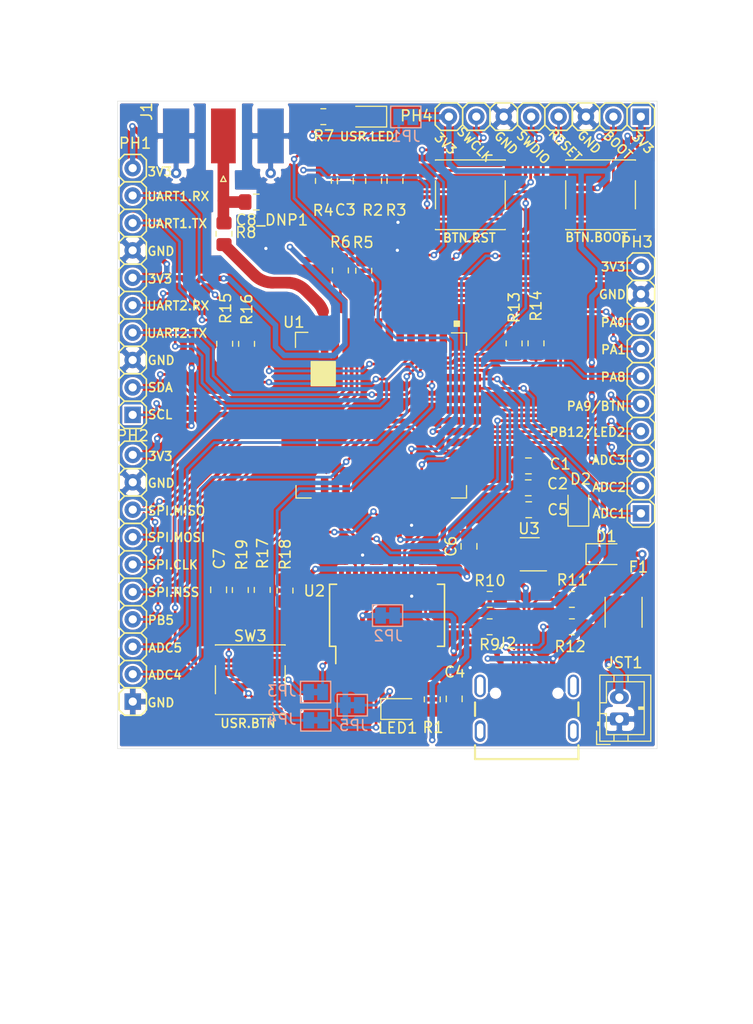
<source format=kicad_pcb>
(kicad_pcb (version 20171130) (host pcbnew "(5.1.10)-1")
  (layers (0 Front signal) (1 In1.Cu signal) (2 In2.Cu signal) (31 Back signal) (34 B.Paste user) (35 F.Paste user) (36 B.SilkS user) (37 F.SilkS user) (38 B.Mask user) (39 F.Mask user) (44 Edge.Cuts user))
  (net 0 "")
  (net 1 GND)
  (net 2 3V3)
  (net 3 "Net-(C3-Pad1)")
  (net 4 VBUS)
  (net 5 "Net-(C5-Pad1)")
  (net 6 VCC)
  (net 7 +BATT)
  (net 8 "Net-(J2-PadA5)")
  (net 9 "Net-(J2-PadA7)")
  (net 10 "Net-(J2-PadA6)")
  (net 11 "Net-(J2-PadB5)")
  (net 12 "Net-(JP1-Pad1)")
  (net 13 "Net-(JP2-Pad1)")
  (net 14 UART2_RX)
  (net 15 "Net-(JP3-Pad1)")
  (net 16 UART2_TX)
  (net 17 "Net-(JP4-Pad1)")
  (net 18 "Net-(JP5-Pad1)")
  (net 19 "Net-(LED1-Pad2)")
  (net 20 "Net-(LED2-Pad2)")
  (net 21 PB12)
  (net 22 I2C_SCL)
  (net 23 I2C_SDA)
  (net 24 UART1_RX)
  (net 25 UART1_TX)
  (net 26 ADC4)
  (net 27 ADC5)
  (net 28 PB5)
  (net 29 SPI_NSS)
  (net 30 SPI_CLK)
  (net 31 SPI_MOSI)
  (net 32 SPI_MISO)
  (net 33 ADC1)
  (net 34 ADC2)
  (net 35 ADC3)
  (net 36 PA9)
  (net 37 PA8)
  (net 38 PA1)
  (net 39 PA0)
  (net 40 BOOT)
  (net 41 RESET)
  (net 42 SWDIO)
  (net 43 SWCLK)
  (net 44 "Net-(R4-Pad1)")
  (net 45 "Net-(R8-Pad2)")
  (net 46 DATA-)
  (net 47 DATA+)
  (net 48 SHIELD)
  (net 49 "Net-(R13-Pad2)")
  (net 50 "Net-(R14-Pad2)")
  (net 51 "Net-(R15-Pad2)")
  (net 52 "Net-(R16-Pad2)")
  (net 53 "Net-(C7-Pad1)")
  (net 54 "Net-(R19-Pad1)")
  (net 55 "Net-(C8_DNP1-Pad1)")
  (module rak3172_easeboard:C_0805_2012Metric_Pad1.18x1.45mm_HandSolder (layer Front) (at 129.4925 82.41)
    (fp_text reference C8_DNP1 (at 1.4475 1.66) (layer F.SilkS))
    (fp_text value DNP)
    (pad 2 smd roundrect (at 1.0375 0) (size 1.175 1.45) (layers Front F.Paste F.Mask) (roundrect_rratio 0.212766) (net 1 GND))
    (pad 1 smd roundrect (at -1.0375 0) (size 1.175 1.45) (layers Front F.Paste F.Mask) (roundrect_rratio 0.212766) (net 55 "Net-(C8_DNP1-Pad1)"))
  )
  (module rak3172_easeboard:SW_Push_1P1T_NO_6x6mm_H9.5mm (layer Front) (at 128.935 126.67)
    (fp_text reference SW3 (at 0 -4.05) (layer F.SilkS))
    (fp_text value SW_Push)
    (pad 2 smd rect (at 3.975 2.25) (size 1.55 1.3) (layers Front F.Paste F.Mask) (net 54 "Net-(R19-Pad1)"))
    (pad 1 smd rect (at 3.975 -2.25) (size 1.55 1.3) (layers Front F.Paste F.Mask) (net 53 "Net-(C7-Pad1)"))
    (pad 1 smd rect (at -3.975 -2.25) (size 1.55 1.3) (layers Front F.Paste F.Mask) (net 53 "Net-(C7-Pad1)"))
    (pad 2 smd rect (at -3.975 2.25) (size 1.55 1.3) (layers Front F.Paste F.Mask) (net 54 "Net-(R19-Pad1)"))
  )
  (module rak3172_easeboard:R_0805_2012Metric_Pad1.20x1.40mm_HandSolder (layer Front) (at 128.01 118.36 90)
    (fp_text reference R19 (at 3.27 0.13 270) (layer F.SilkS))
    (fp_text value 100)
    (pad 2 smd roundrect (at 1 0 90) (size 1.2 1.4) (layers Front F.Paste F.Mask) (roundrect_rratio 0.208333) (net 1 GND))
    (pad 1 smd roundrect (at -1 0 90) (size 1.2 1.4) (layers Front F.Paste F.Mask) (roundrect_rratio 0.208333) (net 54 "Net-(R19-Pad1)"))
  )
  (module rak3172_easeboard:R_0805_2012Metric_Pad1.20x1.40mm_HandSolder (layer Front) (at 132.15 118.41 270)
    (fp_text reference R18 (at -3.35 -0.01 270) (layer F.SilkS))
    (fp_text value 10K)
    (pad 2 smd roundrect (at 1 0 270) (size 1.2 1.4) (layers Front F.Paste F.Mask) (roundrect_rratio 0.208333) (net 53 "Net-(C7-Pad1)"))
    (pad 1 smd roundrect (at -1 0 270) (size 1.2 1.4) (layers Front F.Paste F.Mask) (roundrect_rratio 0.208333) (net 2 3V3))
  )
  (module rak3172_easeboard:R_0805_2012Metric_Pad1.20x1.40mm_HandSolder (layer Front) (at 130.04 118.35 270)
    (fp_text reference R17 (at -3.37 -0.03 90) (layer F.SilkS))
    (fp_text value 100)
    (pad 2 smd roundrect (at 1 0 270) (size 1.2 1.4) (layers Front F.Paste F.Mask) (roundrect_rratio 0.208333) (net 53 "Net-(C7-Pad1)"))
    (pad 1 smd roundrect (at -1 0 270) (size 1.2 1.4) (layers Front F.Paste F.Mask) (roundrect_rratio 0.208333) (net 36 PA9))
  )
  (module rak3172_easeboard:C_0805_2012Metric_Pad1.18x1.45mm_HandSolder (layer Front) (at 126 118.34 90)
    (fp_text reference C7 (at 2.86 0.06 270) (layer F.SilkS))
    (fp_text value 100nF)
    (pad 2 smd roundrect (at 1.0375 0 90) (size 1.175 1.45) (layers Front F.Paste F.Mask) (roundrect_rratio 0.212766) (net 1 GND))
    (pad 1 smd roundrect (at -1.0375 0 90) (size 1.175 1.45) (layers Front F.Paste F.Mask) (roundrect_rratio 0.212766) (net 53 "Net-(C7-Pad1)"))
  )
  (module rak3172_easeboard:RAK3172 (layer Front) (at 141.0716 102.1842)
    (fp_text reference U1 (at -8.1016 -8.6442) (layer F.SilkS))
    (fp_text value RAK3172)
    (pad 12 smd rect (at -5.25 -7.4) (size 0.7 3.2) (layers Front F.Paste F.Mask) (net 45 "Net-(R8-Pad2)"))
    (pad 11 smd rect (at -4.25 -7.4) (size 0.7 3.2) (layers Front F.Paste F.Mask) (net 1 GND))
    (pad 10 smd rect (at -3.25 -7.4) (size 0.7 3.2) (layers Front F.Paste F.Mask) (net 23 I2C_SDA))
    (pad 9 smd rect (at -2.25 -7.4) (size 0.7 3.2) (layers Front F.Paste F.Mask) (net 22 I2C_SCL))
    (pad 8 smd rect (at -1.25 -7.4) (size 0.7 3.2) (layers Front F.Paste F.Mask) (net 43 SWCLK))
    (pad 7 smd rect (at -0.25 -7.4) (size 0.7 3.2) (layers Front F.Paste F.Mask) (net 42 SWDIO))
    (pad 6 smd rect (at 0.75 -7.4) (size 0.7 3.2) (layers Front F.Paste F.Mask) (net 38 PA1))
    (pad 5 smd rect (at 1.75 -7.4) (size 0.7 3.2) (layers Front F.Paste F.Mask) (net 52 "Net-(R16-Pad2)"))
    (pad 4 smd rect (at 2.75 -7.4) (size 0.7 3.2) (layers Front F.Paste F.Mask) (net 51 "Net-(R15-Pad2)"))
    (pad 3 smd rect (at 3.75 -7.4) (size 0.7 3.2) (layers Front F.Paste F.Mask) (net 27 ADC5))
    (pad 2 smd rect (at 4.75 -7.4) (size 0.7 3.2) (layers Front F.Paste F.Mask) (net 50 "Net-(R14-Pad2)"))
    (pad 1 smd rect (at 5.75 -7.4) (size 0.7 3.2) (layers Front F.Paste F.Mask) (net 49 "Net-(R13-Pad2)"))
    (pad 32 smd rect (at 7.65 -3.5 90) (size 0.7 3.2) (layers Front F.Paste F.Mask) (net 33 ADC1))
    (pad 31 smd rect (at 7.65 -2.5 90) (size 0.7 3.2) (layers Front F.Paste F.Mask) (net 34 ADC2))
    (pad 30 smd rect (at 7.65 -1.5 90) (size 0.7 3.2) (layers Front F.Paste F.Mask) (net 28 PB5))
    (pad 29 smd rect (at 7.65 -0.5 90) (size 0.7 3.2) (layers Front F.Paste F.Mask) (net 39 PA0))
    (pad 28 smd rect (at 7.65 0.5 90) (size 0.7 3.2) (layers Front F.Paste F.Mask) (net 1 GND))
    (pad 27 smd rect (at 7.65 1.5 90) (size 0.7 3.2) (layers Front F.Paste F.Mask) (net 21 PB12))
    (pad 26 smd rect (at 7.65 2.5 90) (size 0.7 3.2) (layers Front F.Paste F.Mask) (net 35 ADC3))
    (pad 25 smd rect (at 7.65 3.5 90) (size 0.7 3.2) (layers Front F.Paste F.Mask) (net 26 ADC4))
    (pad 24 smd rect (at 5.75 7.4) (size 0.7 3.2) (layers Front F.Paste F.Mask) (net 2 3V3))
    (pad 23 smd rect (at 4.75 7.4) (size 0.7 3.2) (layers Front F.Paste F.Mask) (net 1 GND))
    (pad 22 smd rect (at 3.75 7.4) (size 0.7 3.2) (layers Front F.Paste F.Mask) (net 41 RESET))
    (pad 21 smd rect (at 2.75 7.4) (size 0.7 3.2) (layers Front F.Paste F.Mask) (net 40 BOOT))
    (pad 20 smd rect (at 1.75 7.4) (size 0.7 3.2) (layers Front F.Paste F.Mask) (net 36 PA9))
    (pad 19 smd rect (at -3.25 7.4) (size 0.7 3.2) (layers Front F.Paste F.Mask) (net 37 PA8))
    (pad 18 smd rect (at -4.25 7.4) (size 0.7 3.2) (layers Front F.Paste F.Mask) (net 1 GND))
    (pad 17 smd rect (at -5.25 7.4) (size 0.7 3.2) (layers Front F.Paste F.Mask) (net 1 GND))
    (pad 16 smd rect (at -7.65 3.5 90) (size 0.7 3.2) (layers Front F.Paste F.Mask) (net 29 SPI_NSS))
    (pad 15 smd rect (at -7.65 2.5 90) (size 0.7 3.2) (layers Front F.Paste F.Mask) (net 30 SPI_CLK))
    (pad 14 smd rect (at -7.65 1.5 90) (size 0.7 3.2) (layers Front F.Paste F.Mask) (net 32 SPI_MISO))
    (pad 13 smd rect (at -7.65 0.5 90) (size 0.7 3.2) (layers Front F.Paste F.Mask) (net 31 SPI_MOSI))
  )
  (module rak3172_easeboard:R_0805_2012Metric_Pad1.20x1.40mm_HandSolder (layer Front) (at 128.59 95.55 270)
    (fp_text reference R16 (at -3.2 -0.02 270) (layer F.SilkS))
    (fp_text value 22)
    (pad 2 smd roundrect (at 1 0 270) (size 1.2 1.4) (layers Front F.Paste F.Mask) (roundrect_rratio 0.208333) (net 52 "Net-(R16-Pad2)"))
    (pad 1 smd roundrect (at -1 0 270) (size 1.2 1.4) (layers Front F.Paste F.Mask) (roundrect_rratio 0.208333) (net 24 UART1_RX))
  )
  (module rak3172_easeboard:R_0805_2012Metric_Pad1.20x1.40mm_HandSolder (layer Front) (at 126.56 95.54 270)
    (fp_text reference R15 (at -3.28 -0.09 270) (layer F.SilkS))
    (fp_text value 22)
    (pad 1 smd roundrect (at -1 0 270) (size 1.2 1.4) (layers Front F.Paste F.Mask) (roundrect_rratio 0.208333) (net 25 UART1_TX))
    (pad 2 smd roundrect (at 1 0 270) (size 1.2 1.4) (layers Front F.Paste F.Mask) (roundrect_rratio 0.208333) (net 51 "Net-(R15-Pad2)"))
  )
  (module rak3172_easeboard:R_0805_2012Metric_Pad1.20x1.40mm_HandSolder (layer Front) (at 155.41 95.5 90)
    (fp_text reference R14 (at 3.46 0 90) (layer F.SilkS))
    (fp_text value 22)
    (pad 2 smd roundrect (at 1 0 90) (size 1.2 1.4) (layers Front F.Paste F.Mask) (roundrect_rratio 0.208333) (net 50 "Net-(R14-Pad2)"))
    (pad 1 smd roundrect (at -1 0 90) (size 1.2 1.4) (layers Front F.Paste F.Mask) (roundrect_rratio 0.208333) (net 16 UART2_TX))
  )
  (module rak3172_easeboard:R_0805_2012Metric_Pad1.20x1.40mm_HandSolder (layer Front) (at 153.38 95.51 90)
    (fp_text reference R13 (at 3.33 0 90) (layer F.SilkS))
    (fp_text value 22)
    (pad 2 smd roundrect (at 1 0 90) (size 1.2 1.4) (layers Front F.Paste F.Mask) (roundrect_rratio 0.208333) (net 49 "Net-(R13-Pad2)"))
    (pad 1 smd roundrect (at -1 0 90) (size 1.2 1.4) (layers Front F.Paste F.Mask) (roundrect_rratio 0.208333) (net 14 UART2_RX))
  )
  (module rak3172_easeboard:USB_C_Receptacle_12 (layer Front) (at 154.55 131.425)
    (fp_text reference J2 (at -1.825 -8.135) (layer F.SilkS))
    (fp_text value USB_C_Receptacle_Simply)
    (pad B8 smd rect (at -1.75 -4.755) (size 0.3 1.15) (layers Front F.Paste F.Mask))
    (pad A5 smd rect (at -1.25 -4.755) (size 0.3 1.15) (layers Front F.Paste F.Mask) (net 8 "Net-(J2-PadA5)"))
    (pad B7 smd rect (at -0.75 -4.755) (size 0.3 1.15) (layers Front F.Paste F.Mask) (net 9 "Net-(J2-PadA7)"))
    (pad B5 smd rect (at 1.75 -4.755) (size 0.3 1.15) (layers Front F.Paste F.Mask) (net 11 "Net-(J2-PadB5)"))
    (pad A8 smd rect (at 1.25 -4.755) (size 0.3 1.15) (layers Front F.Paste F.Mask))
    (pad B6 smd rect (at 0.75 -4.755) (size 0.3 1.15) (layers Front F.Paste F.Mask) (net 10 "Net-(J2-PadA6)"))
    (pad A6 smd rect (at -0.25 -4.755) (size 0.3 1.15) (layers Front F.Paste F.Mask) (net 10 "Net-(J2-PadA6)"))
    (pad A7 smd rect (at 0.25 -4.755) (size 0.3 1.15) (layers Front F.Paste F.Mask) (net 9 "Net-(J2-PadA7)"))
    (pad B4_A9 smd rect (at 2.4 -4.755) (size 0.6 1.15) (layers Front F.Paste F.Mask) (net 4 VBUS))
    (pad A4_B9 smd rect (at -2.4 -4.755) (size 0.6 1.15) (layers Front F.Paste F.Mask) (net 4 VBUS))
    (pad B1_A12 smd rect (at 3.2 -4.755) (size 0.6 1.15) (layers Front F.Paste F.Mask) (net 1 GND))
    (pad A1_B12 smd rect (at -3.2 -4.755) (size 0.6 1.15) (layers Front F.Paste F.Mask) (net 1 GND))
    (pad None np_thru_hole circle (at -2.89 -3.5) (size 0.65 0.65) (drill 0.65) (layers *.Cu *.Mask))
    (pad None np_thru_hole circle (at 2.89 -3.5) (size 0.65 0.65) (drill 0.65) (layers *.Cu *.Mask))
    (pad S4 thru_hole oval (at 4.32 -4.18) (size 1.05 2.1) (drill oval 0.6 1.7) (layers *.Cu *.Mask) (net 48 SHIELD))
    (pad S1 thru_hole oval (at -4.32 -4.18) (size 1.05 2.1) (drill oval 0.6 1.7) (layers *.Cu *.Mask) (net 48 SHIELD))
    (pad S3 thru_hole oval (at 4.32 0) (size 1 2) (drill oval 0.6 1.4) (layers *.Cu *.Mask) (net 48 SHIELD))
    (pad S2 thru_hole oval (at -4.32 0) (size 1 2) (drill oval 0.6 1.4) (layers *.Cu *.Mask) (net 48 SHIELD))
  )
  (module rak3172_easeboard:C_0805_2012Metric_Pad1.18x1.45mm_HandSolder (layer Front) (at 149.1996 114.3123 90)
    (fp_text reference C6 (at 0 -1.68 90) (layer F.SilkS))
    (fp_text value 1uF)
    (pad 2 smd roundrect (at 1.0375 0 90) (size 1.175 1.45) (layers Front F.Paste F.Mask) (roundrect_rratio 0.2127659574468085) (net 1 GND))
    (pad 1 smd roundrect (at -1.0375 0 90) (size 1.175 1.45) (layers Front F.Paste F.Mask) (roundrect_rratio 0.2127659574468085) (net 2 3V3))
  )
  (module rak3172_easeboard:PinHeader_1x10 (layer Front) (at 118.0432 117.2464)
    (fp_text reference PH2 (at -0.0132 -13.1864) (layer F.SilkS))
    (fp_text value PH_1x10)
    (pad 10 thru_hole rect (at 0 11.45) (size 1.524 1.524) (drill 0.762) (layers *.Cu *.Mask) (net 1 GND))
    (pad 9 thru_hole circle (at 0 8.91) (size 1.524 1.524) (drill 0.762) (layers *.Cu *.Mask) (net 26 ADC4))
    (pad 8 thru_hole circle (at 0 6.37) (size 1.524 1.524) (drill 0.762) (layers *.Cu *.Mask) (net 27 ADC5))
    (pad 7 thru_hole circle (at 0 3.83) (size 1.524 1.524) (drill 0.762) (layers *.Cu *.Mask) (net 28 PB5))
    (pad 6 thru_hole circle (at 0 1.29) (size 1.524 1.524) (drill 0.762) (layers *.Cu *.Mask) (net 29 SPI_NSS))
    (pad 5 thru_hole circle (at 0 -1.25) (size 1.524 1.524) (drill 0.762) (layers *.Cu *.Mask) (net 30 SPI_CLK))
    (pad 4 thru_hole circle (at 0 -3.79) (size 1.524 1.524) (drill 0.762) (layers *.Cu *.Mask) (net 31 SPI_MOSI))
    (pad 1 thru_hole circle (at 0 -11.41) (size 1.524 1.524) (drill 0.762) (layers *.Cu *.Mask) (net 2 3V3))
    (pad 2 thru_hole circle (at 0 -8.87) (size 1.524 1.524) (drill 0.762) (layers *.Cu *.Mask) (net 1 GND))
    (pad 3 thru_hole circle (at 0 -6.33) (size 1.524 1.524) (drill 0.762) (layers *.Cu *.Mask) (net 32 SPI_MISO))
  )
  (module rak3172_easeboard:PinHeader_1x10 (layer Front) (at 118.0338 90.678)
    (fp_text reference PH1 (at 0.2286 -13.716) (layer F.SilkS))
    (fp_text value PH_1x10)
    (pad 10 thru_hole rect (at 0 11.45) (size 1.524 1.524) (drill 0.762) (layers *.Cu *.Mask) (net 22 I2C_SCL))
    (pad 9 thru_hole circle (at 0 8.91) (size 1.524 1.524) (drill 0.762) (layers *.Cu *.Mask) (net 23 I2C_SDA))
    (pad 8 thru_hole circle (at 0 6.37) (size 1.524 1.524) (drill 0.762) (layers *.Cu *.Mask) (net 1 GND))
    (pad 7 thru_hole circle (at 0 3.83) (size 1.524 1.524) (drill 0.762) (layers *.Cu *.Mask) (net 16 UART2_TX))
    (pad 6 thru_hole circle (at 0 1.29) (size 1.524 1.524) (drill 0.762) (layers *.Cu *.Mask) (net 14 UART2_RX))
    (pad 5 thru_hole circle (at 0 -1.25) (size 1.524 1.524) (drill 0.762) (layers *.Cu *.Mask) (net 2 3V3))
    (pad 4 thru_hole circle (at 0 -3.79) (size 1.524 1.524) (drill 0.762) (layers *.Cu *.Mask) (net 1 GND))
    (pad 1 thru_hole circle (at 0 -11.41) (size 1.524 1.524) (drill 0.762) (layers *.Cu *.Mask) (net 2 3V3))
    (pad 2 thru_hole circle (at 0 -8.87) (size 1.524 1.524) (drill 0.762) (layers *.Cu *.Mask) (net 24 UART1_RX))
    (pad 3 thru_hole circle (at 0 -6.33) (size 1.524 1.524) (drill 0.762) (layers *.Cu *.Mask) (net 25 UART1_TX))
  )
  (module rak3172_easeboard:PinHeader_1x8 (layer Front) (at 156.21 74.4982 90)
    (fp_text reference PH4 (at 0.0762 -11.8872) (layer F.SilkS))
    (fp_text value PH_1x8)
    (pad 8 thru_hole rect (at 0 8.91 90) (size 1.524 1.524) (drill 0.762) (layers *.Cu *.Mask) (net 2 3V3))
    (pad 7 thru_hole circle (at 0 6.37 90) (size 1.524 1.524) (drill 0.762) (layers *.Cu *.Mask) (net 40 BOOT))
    (pad 6 thru_hole circle (at 0 3.83 90) (size 1.524 1.524) (drill 0.762) (layers *.Cu *.Mask) (net 1 GND))
    (pad 5 thru_hole circle (at 0 1.29 90) (size 1.524 1.524) (drill 0.762) (layers *.Cu *.Mask) (net 41 RESET))
    (pad 4 thru_hole circle (at 0 -1.25 90) (size 1.524 1.524) (drill 0.762) (layers *.Cu *.Mask) (net 42 SWDIO))
    (pad 1 thru_hole circle (at 0 -8.87 90) (size 1.524 1.524) (drill 0.762) (layers *.Cu *.Mask) (net 2 3V3))
    (pad 2 thru_hole circle (at 0 -6.33 90) (size 1.524 1.524) (drill 0.762) (layers *.Cu *.Mask) (net 43 SWCLK))
    (pad 3 thru_hole circle (at 0 -3.79 90) (size 1.524 1.524) (drill 0.762) (layers *.Cu *.Mask) (net 1 GND))
  )
  (module rak3172_easeboard:PinHeader_1x10 (layer Front) (at 165.134 99.8076)
    (fp_text reference PH3 (at -0.3896 -13.7016) (layer F.SilkS))
    (fp_text value PH_1x10)
    (pad 10 thru_hole rect (at 0 11.45) (size 1.524 1.524) (drill 0.762) (layers *.Cu *.Mask) (net 33 ADC1))
    (pad 9 thru_hole circle (at 0 8.91) (size 1.524 1.524) (drill 0.762) (layers *.Cu *.Mask) (net 34 ADC2))
    (pad 8 thru_hole circle (at 0 6.37) (size 1.524 1.524) (drill 0.762) (layers *.Cu *.Mask) (net 35 ADC3))
    (pad 7 thru_hole circle (at 0 3.83) (size 1.524 1.524) (drill 0.762) (layers *.Cu *.Mask) (net 21 PB12))
    (pad 6 thru_hole circle (at 0 1.29) (size 1.524 1.524) (drill 0.762) (layers *.Cu *.Mask) (net 36 PA9))
    (pad 5 thru_hole circle (at 0 -1.25) (size 1.524 1.524) (drill 0.762) (layers *.Cu *.Mask) (net 37 PA8))
    (pad 4 thru_hole circle (at 0 -3.79) (size 1.524 1.524) (drill 0.762) (layers *.Cu *.Mask) (net 38 PA1))
    (pad 1 thru_hole circle (at 0 -11.41) (size 1.524 1.524) (drill 0.762) (layers *.Cu *.Mask) (net 2 3V3))
    (pad 2 thru_hole circle (at 0 -8.87) (size 1.524 1.524) (drill 0.762) (layers *.Cu *.Mask) (net 1 GND))
    (pad 3 thru_hole circle (at 0 -6.33) (size 1.524 1.524) (drill 0.762) (layers *.Cu *.Mask) (net 39 PA0))
  )
  (module rak3172_easeboard:TSOT-23-5_HandSoldering (layer Front) (at 154.8302 115.0722 180)
    (fp_text reference U3 (at 0.068 2.3978) (layer F.SilkS))
    (fp_text value SPX3819)
    (pad 1 smd rect (at -1.71 -0.95 180) (size 2 0.65) (layers Front F.Paste F.Mask) (net 6 VCC))
    (pad 2 smd rect (at -1.71 0 180) (size 2 0.65) (layers Front F.Paste F.Mask) (net 1 GND))
    (pad 3 smd rect (at -1.71 0.95 180) (size 2 0.65) (layers Front F.Paste F.Mask) (net 6 VCC))
    (pad 4 smd rect (at 1.71 0.95 180) (size 2 0.65) (layers Front F.Paste F.Mask) (net 5 "Net-(C5-Pad1)"))
    (pad 5 smd rect (at 1.71 -0.95 180) (size 2 0.65) (layers Front F.Paste F.Mask) (net 2 3V3))
  )
  (module rak3172_easeboard:SSOP-28_5.3x10.2mm_P0.65mm (layer Front) (at 141.605 120.7008 90)
    (fp_text reference U2 (at 2.2606 -6.731 180) (layer F.SilkS))
    (fp_text value FT232RL)
    (pad 1 smd rect (at -3.6 -4.225 90) (size 1.75 0.45) (layers Front F.Paste F.Mask) (net 15 "Net-(JP3-Pad1)"))
    (pad 2 smd rect (at -3.6 -3.575 90) (size 1.75 0.45) (layers Front F.Paste F.Mask))
    (pad 3 smd rect (at -3.6 -2.925 90) (size 1.75 0.45) (layers Front F.Paste F.Mask))
    (pad 4 smd rect (at -3.6 -2.275 90) (size 1.75 0.45) (layers Front F.Paste F.Mask) (net 13 "Net-(JP2-Pad1)"))
    (pad 5 smd rect (at -3.6 -1.625 90) (size 1.75 0.45) (layers Front F.Paste F.Mask) (net 17 "Net-(JP4-Pad1)"))
    (pad 6 smd rect (at -3.6 -0.975 90) (size 1.75 0.45) (layers Front F.Paste F.Mask))
    (pad 7 smd rect (at -3.6 -0.325 90) (size 1.75 0.45) (layers Front F.Paste F.Mask) (net 1 GND))
    (pad 8 smd rect (at -3.6 0.325 90) (size 1.75 0.45) (layers Front F.Paste F.Mask))
    (pad 9 smd rect (at -3.6 0.975 90) (size 1.75 0.45) (layers Front F.Paste F.Mask))
    (pad 10 smd rect (at -3.6 1.625 90) (size 1.75 0.45) (layers Front F.Paste F.Mask))
    (pad 11 smd rect (at -3.6 2.275 90) (size 1.75 0.45) (layers Front F.Paste F.Mask))
    (pad 12 smd rect (at -3.6 2.925 90) (size 1.75 0.45) (layers Front F.Paste F.Mask))
    (pad 13 smd rect (at -3.6 3.575 90) (size 1.75 0.45) (layers Front F.Paste F.Mask))
    (pad 14 smd rect (at -3.6 4.225 90) (size 1.75 0.45) (layers Front F.Paste F.Mask))
    (pad 15 smd rect (at 3.6 4.225 90) (size 1.75 0.45) (layers Front F.Paste F.Mask) (net 47 DATA+))
    (pad 16 smd rect (at 3.6 3.575 90) (size 1.75 0.45) (layers Front F.Paste F.Mask) (net 46 DATA-))
    (pad 17 smd rect (at 3.6 2.925 90) (size 1.75 0.45) (layers Front F.Paste F.Mask))
    (pad 18 smd rect (at 3.6 2.275 90) (size 1.75 0.45) (layers Front F.Paste F.Mask) (net 1 GND))
    (pad 19 smd rect (at 3.6 1.625 90) (size 1.75 0.45) (layers Front F.Paste F.Mask) (net 41 RESET))
    (pad 20 smd rect (at 3.6 0.975 90) (size 1.75 0.45) (layers Front F.Paste F.Mask) (net 13 "Net-(JP2-Pad1)"))
    (pad 21 smd rect (at 3.6 0.325 90) (size 1.75 0.45) (layers Front F.Paste F.Mask) (net 1 GND))
    (pad 22 smd rect (at 3.6 -0.325 90) (size 1.75 0.45) (layers Front F.Paste F.Mask))
    (pad 23 smd rect (at 3.6 -0.975 90) (size 1.75 0.45) (layers Front F.Paste F.Mask))
    (pad 24 smd rect (at 3.6 -1.625 90) (size 1.75 0.45) (layers Front F.Paste F.Mask))
    (pad 25 smd rect (at 3.6 -2.275 90) (size 1.75 0.45) (layers Front F.Paste F.Mask) (net 1 GND))
    (pad 26 smd rect (at 3.6 -2.925 90) (size 1.75 0.45) (layers Front F.Paste F.Mask) (net 1 GND))
    (pad 27 smd rect (at 3.6 -3.575 90) (size 1.75 0.45) (layers Front F.Paste F.Mask))
    (pad 28 smd rect (at 3.6 -4.225 90) (size 1.75 0.45) (layers Front F.Paste F.Mask))
  )
  (module rak3172_easeboard:SW_Push_1P1T_NO_6x6mm_H9.5mm (layer Front) (at 161.3916 81.7372 180)
    (fp_text reference SW2)
    (fp_text value SW_Push)
    (pad 2 smd rect (at -3.975 2.25 180) (size 1.55 1.3) (layers Front F.Paste F.Mask) (net 2 3V3))
    (pad 1 smd rect (at -3.975 -2.25 180) (size 1.55 1.3) (layers Front F.Paste F.Mask) (net 40 BOOT))
    (pad 1 smd rect (at 3.975 -2.25 180) (size 1.55 1.3) (layers Front F.Paste F.Mask) (net 40 BOOT))
    (pad 2 smd rect (at 3.975 2.25 180) (size 1.55 1.3) (layers Front F.Paste F.Mask) (net 2 3V3))
  )
  (module rak3172_easeboard:SW_Push_1P1T_NO_6x6mm_H9.5mm (layer Front) (at 149.3266 81.7372)
    (fp_text reference SW1)
    (fp_text value SW_Push)
    (pad 2 smd rect (at -3.975 2.25) (size 1.55 1.3) (layers Front F.Paste F.Mask) (net 44 "Net-(R4-Pad1)"))
    (pad 1 smd rect (at -3.975 -2.25) (size 1.55 1.3) (layers Front F.Paste F.Mask) (net 3 "Net-(C3-Pad1)"))
    (pad 1 smd rect (at 3.975 -2.25) (size 1.55 1.3) (layers Front F.Paste F.Mask) (net 3 "Net-(C3-Pad1)"))
    (pad 2 smd rect (at 3.975 2.25) (size 1.55 1.3) (layers Front F.Paste F.Mask) (net 44 "Net-(R4-Pad1)"))
  )
  (module rak3172_easeboard:R_0805_2012Metric_Pad1.20x1.40mm_HandSolder (layer Front) (at 158.734 121.7676)
    (fp_text reference R12 (at -0.1618 1.8288) (layer F.SilkS))
    (fp_text value 5K1)
    (pad 1 smd roundrect (at -1 0) (size 1.2 1.4) (layers Front F.Paste F.Mask) (roundrect_rratio 0.2083325) (net 8 "Net-(J2-PadA5)"))
    (pad 2 smd roundrect (at 1 0) (size 1.2 1.4) (layers Front F.Paste F.Mask) (roundrect_rratio 0.2083325) (net 1 GND))
  )
  (module rak3172_easeboard:R_0805_2012Metric_Pad1.20x1.40mm_HandSolder (layer Front) (at 158.734 119.2276)
    (fp_text reference R11 (at 0.0414 -1.8034) (layer F.SilkS))
    (fp_text value 5K1)
    (pad 1 smd roundrect (at -1 0) (size 1.2 1.4) (layers Front F.Paste F.Mask) (roundrect_rratio 0.2083325) (net 11 "Net-(J2-PadB5)"))
    (pad 2 smd roundrect (at 1 0) (size 1.2 1.4) (layers Front F.Paste F.Mask) (roundrect_rratio 0.2083325) (net 1 GND))
  )
  (module rak3172_easeboard:R_0805_2012Metric_Pad1.20x1.40mm_HandSolder (layer Front) (at 151.114 119.2276 180)
    (fp_text reference R10 (at -0.026655 1.742095) (layer F.SilkS))
    (fp_text value 22)
    (pad 1 smd roundrect (at -1 0 180) (size 1.2 1.4) (layers Front F.Paste F.Mask) (roundrect_rratio 0.2083325) (net 10 "Net-(J2-PadA6)"))
    (pad 2 smd roundrect (at 1 0 180) (size 1.2 1.4) (layers Front F.Paste F.Mask) (roundrect_rratio 0.2083325) (net 47 DATA+))
  )
  (module rak3172_easeboard:R_0805_2012Metric_Pad1.20x1.40mm_HandSolder (layer Front) (at 151.114 121.7676 180)
    (fp_text reference R9 (at 0 -1.65) (layer F.SilkS))
    (fp_text value 22)
    (pad 1 smd roundrect (at -1 0 180) (size 1.2 1.4) (layers Front F.Paste F.Mask) (roundrect_rratio 0.2083325) (net 9 "Net-(J2-PadA7)"))
    (pad 2 smd roundrect (at 1 0 180) (size 1.2 1.4) (layers Front F.Paste F.Mask) (roundrect_rratio 0.2083325) (net 46 DATA-))
  )
  (module rak3172_easeboard:R_0805_2012Metric_Pad1.20x1.40mm_HandSolder (layer Front) (at 126.5 85.35 270)
    (fp_text reference R8 (at -0.1176 -2.032 180) (layer F.SilkS))
    (fp_text value 0)
    (pad 1 smd roundrect (at -1 0 270) (size 1.2 1.4) (layers Front F.Paste F.Mask) (roundrect_rratio 0.2083325) (net 55 "Net-(C8_DNP1-Pad1)"))
    (pad 2 smd roundrect (at 1 0 270) (size 1.2 1.4) (layers Front F.Paste F.Mask) (roundrect_rratio 0.2083325) (net 45 "Net-(R8-Pad2)"))
  )
  (module rak3172_easeboard:R_0805_2012Metric_Pad1.20x1.40mm_HandSolder (layer Front) (at 135.7028 74.4982)
    (fp_text reference R7 (at 0.0348 1.778) (layer F.SilkS))
    (fp_text value 1K)
    (pad 1 smd roundrect (at -1 0) (size 1.2 1.4) (layers Front F.Paste F.Mask) (roundrect_rratio 0.2083325) (net 12 "Net-(JP1-Pad1)"))
    (pad 2 smd roundrect (at 1 0) (size 1.2 1.4) (layers Front F.Paste F.Mask) (roundrect_rratio 0.2083325) (net 20 "Net-(LED2-Pad2)"))
  )
  (module rak3172_easeboard:R_0805_2012Metric_Pad1.20x1.40mm_HandSolder (layer Front) (at 137.287 88.749 270)
    (fp_text reference R6 (at -2.6322 0 180) (layer F.SilkS))
    (fp_text value 5K1)
    (pad 1 smd roundrect (at -1 0 270) (size 1.2 1.4) (layers Front F.Paste F.Mask) (roundrect_rratio 0.2083325) (net 2 3V3))
    (pad 2 smd roundrect (at 1 0 270) (size 1.2 1.4) (layers Front F.Paste F.Mask) (roundrect_rratio 0.2083325) (net 23 I2C_SDA))
  )
  (module rak3172_easeboard:R_0805_2012Metric_Pad1.20x1.40mm_HandSolder (layer Front) (at 139.446 88.7744 270)
    (fp_text reference R5 (at -2.6176 0.0508 180) (layer F.SilkS))
    (fp_text value 5K1)
    (pad 1 smd roundrect (at -1 0 270) (size 1.2 1.4) (layers Front F.Paste F.Mask) (roundrect_rratio 0.2083325) (net 2 3V3))
    (pad 2 smd roundrect (at 1 0 270) (size 1.2 1.4) (layers Front F.Paste F.Mask) (roundrect_rratio 0.2083325) (net 22 I2C_SCL))
  )
  (module rak3172_easeboard:R_0805_2012Metric_Pad1.20x1.40mm_HandSolder (layer Front) (at 135.7122 80.4512 270)
    (fp_text reference R4 (at 2.7338 0.0254 180) (layer F.SilkS))
    (fp_text value 100)
    (pad 1 smd roundrect (at -1 0 270) (size 1.2 1.4) (layers Front F.Paste F.Mask) (roundrect_rratio 0.2083325) (net 44 "Net-(R4-Pad1)"))
    (pad 2 smd roundrect (at 1 0 270) (size 1.2 1.4) (layers Front F.Paste F.Mask) (roundrect_rratio 0.2083325) (net 1 GND))
  )
  (module rak3172_easeboard:R_0805_2012Metric_Pad1.20x1.40mm_HandSolder (layer Front) (at 142.3416 80.4512 90)
    (fp_text reference R3 (at -2.7084 0.1016 180) (layer F.SilkS))
    (fp_text value 100)
    (pad 1 smd roundrect (at -1 0 90) (size 1.2 1.4) (layers Front F.Paste F.Mask) (roundrect_rratio 0.2083325) (net 41 RESET))
    (pad 2 smd roundrect (at 1 0 90) (size 1.2 1.4) (layers Front F.Paste F.Mask) (roundrect_rratio 0.2083325) (net 3 "Net-(C3-Pad1)"))
  )
  (module rak3172_easeboard:R_0805_2012Metric_Pad1.20x1.40mm_HandSolder (layer Front) (at 140.3604 80.4512 90)
    (fp_text reference R2 (at -2.7084 -0.0762 180) (layer F.SilkS))
    (fp_text value 10K)
    (pad 1 smd roundrect (at -1 0 90) (size 1.2 1.4) (layers Front F.Paste F.Mask) (roundrect_rratio 0.2083325) (net 2 3V3))
    (pad 2 smd roundrect (at 1 0 90) (size 1.2 1.4) (layers Front F.Paste F.Mask) (roundrect_rratio 0.2083325) (net 3 "Net-(C3-Pad1)"))
  )
  (module rak3172_easeboard:R_0805_2012Metric_Pad1.20x1.40mm_HandSolder (layer Front) (at 145.796 128.4892 90)
    (fp_text reference R1 (at -2.6002 0.0762 180) (layer F.SilkS))
    (fp_text value 1K)
    (pad 1 smd roundrect (at -1 0 90) (size 1.2 1.4) (layers Front F.Paste F.Mask) (roundrect_rratio 0.2083325) (net 2 3V3))
    (pad 2 smd roundrect (at 1 0 90) (size 1.2 1.4) (layers Front F.Paste F.Mask) (roundrect_rratio 0.2083325) (net 19 "Net-(LED1-Pad2)"))
  )
  (module rak3172_easeboard:LED_0805_2012Metric_Pad1.15x1.40mm_HandSolder (layer Front) (at 139.709 74.4982 180)
    (fp_text reference LED2)
    (fp_text value LED)
    (pad 1 smd roundrect (at -1.025 0 180) (size 1.15 1.4) (layers Front F.Paste F.Mask) (roundrect_rratio 0.2173904347826087) (net 21 PB12))
    (pad 2 smd roundrect (at 1.025 0 180) (size 1.15 1.4) (layers Front F.Paste F.Mask) (roundrect_rratio 0.2173904347826087) (net 20 "Net-(LED2-Pad2)"))
  )
  (module rak3172_easeboard:LED_0805_2012Metric_Pad1.15x1.40mm_HandSolder (layer Front) (at 142.8914 129.3876)
    (fp_text reference LED1 (at -0.2958 1.7526) (layer F.SilkS))
    (fp_text value LED)
    (pad 1 smd roundrect (at -1.025 0) (size 1.15 1.4) (layers Front F.Paste F.Mask) (roundrect_rratio 0.2173904347826087) (net 18 "Net-(JP5-Pad1)"))
    (pad 2 smd roundrect (at 1.025 0) (size 1.15 1.4) (layers Front F.Paste F.Mask) (roundrect_rratio 0.2173904347826087) (net 19 "Net-(LED1-Pad2)"))
  )
  (module rak3172_easeboard:JST_PH_B2B-PH-K_1x02_P2.00mm_Vertical (layer Front) (at 163.134 130.3076 90)
    (fp_text reference JST1 (at 5.2126 0.442 180) (layer F.SilkS))
    (fp_text value JST_1x2)
    (pad 1 thru_hole roundrect (at 0 0 90) (size 1.2 1.75) (drill 0.75) (layers *.Cu *.Mask) (roundrect_rratio 0.2083325) (net 1 GND))
    (pad 2 thru_hole oval (at 2 0 90) (size 1.2 1.75) (drill 0.75) (layers *.Cu *.Mask) (net 7 +BATT))
  )
  (module rak3172_easeboard:SolderJumper-2_P1.3mm_Bridged_Pad1.0x1.5mm (layer Back) (at 138.3896 129.032 180)
    (fp_text reference JP5 (at -0.127 -1.8796) (layer B.SilkS) (effects (justify mirror)))
    (fp_text value SolderJumper_2_Bridged)
    (fp_poly (pts (xy -0.25 0.3) (xy 0.25 0.3) (xy 0.25 -0.3) (xy -0.25 -0.3)) (layer Back) (width 0))
    (pad 2 smd rect (at 0.65 0 180) (size 1 1.5) (layers Back B.Mask) (net 1 GND))
    (pad 1 smd rect (at -0.65 0 180) (size 1 1.5) (layers Back B.Mask) (net 18 "Net-(JP5-Pad1)"))
  )
  (module rak3172_easeboard:SolderJumper-2_P1.3mm_Bridged_Pad1.0x1.5mm (layer Back) (at 135.001 130.429 180)
    (fp_text reference JP4 (at 3.1496 0.1016 180) (layer B.SilkS) (effects (justify mirror)))
    (fp_text value SolderJumper_2_Bridged)
    (fp_poly (pts (xy -0.25 0.3) (xy 0.25 0.3) (xy 0.25 -0.3) (xy -0.25 -0.3)) (layer Back) (width 0))
    (pad 1 smd rect (at -0.65 0 180) (size 1 1.5) (layers Back B.Mask) (net 17 "Net-(JP4-Pad1)"))
    (pad 2 smd rect (at 0.65 0 180) (size 1 1.5) (layers Back B.Mask) (net 16 UART2_TX))
  )
  (module rak3172_easeboard:SolderJumper-2_P1.3mm_Bridged_Pad1.0x1.5mm (layer Back) (at 134.986 127.8128 180)
    (fp_text reference JP3 (at 3.1346 0.1016 180) (layer B.SilkS) (effects (justify mirror)))
    (fp_text value SolderJumper_2_Bridged)
    (fp_poly (pts (xy -0.25 0.3) (xy 0.25 0.3) (xy 0.25 -0.3) (xy -0.25 -0.3)) (layer Back) (width 0))
    (pad 1 smd rect (at -0.65 0 180) (size 1 1.5) (layers Back B.Mask) (net 15 "Net-(JP3-Pad1)"))
    (pad 2 smd rect (at 0.65 0 180) (size 1 1.5) (layers Back B.Mask) (net 14 UART2_RX))
  )
  (module rak3172_easeboard:SolderJumper-2_P1.3mm_Bridged_Pad1.0x1.5mm (layer Back) (at 141.6558 120.7262)
    (fp_text reference JP2 (at 0.0508 1.8796 180) (layer B.SilkS) (effects (justify mirror)))
    (fp_text value SolderJumper_2_Bridged)
    (fp_poly (pts (xy -0.25 0.3) (xy 0.25 0.3) (xy 0.25 -0.3) (xy -0.25 -0.3)) (layer Back) (width 0))
    (pad 1 smd rect (at -0.65 0) (size 1 1.5) (layers Back B.Mask) (net 13 "Net-(JP2-Pad1)"))
    (pad 2 smd rect (at 0.65 0) (size 1 1.5) (layers Back B.Mask) (net 4 VBUS))
  )
  (module rak3172_easeboard:SolderJumper-2_P1.3mm_Bridged_Pad1.0x1.5mm (layer Back) (at 143.3426 74.5236)
    (fp_text reference JP1 (at 0 1.8) (layer B.SilkS) (effects (justify mirror)))
    (fp_text value SolderJumper_2_Bridged)
    (fp_poly (pts (xy -0.25 0.3) (xy 0.25 0.3) (xy 0.25 -0.3) (xy -0.25 -0.3)) (layer Back) (width 0))
    (pad 1 smd rect (at -0.65 0) (size 1 1.5) (layers Back B.Mask) (net 12 "Net-(JP1-Pad1)"))
    (pad 2 smd rect (at 0.65 0) (size 1 1.5) (layers Back B.Mask) (net 2 3V3))
  )
  (module rak3172_easeboard:SMA_Molex_73251-1153_EdgeMount_Horizontal (layer Front) (at 126.4412 78.0034 270)
    (fp_text reference J1 (at -3.9878 7.112 90) (layer F.SilkS))
    (fp_text value Conn_Coaxial)
    (pad 1 smd rect (at -1.72 0 270) (size 5.08 2.29) (layers Front F.Paste F.Mask) (net 55 "Net-(C8_DNP1-Pad1)"))
    (pad 2 smd rect (at -1.72 -4.38 270) (size 5.08 2.42) (layers Front F.Paste F.Mask) (net 1 GND))
    (pad 2 smd rect (at -1.72 4.38 270) (size 5.08 2.42) (layers Front F.Paste F.Mask) (net 1 GND))
    (pad 2 smd rect (at -1.72 -4.38 270) (size 5.08 2.42) (layers Back B.Paste B.Mask) (net 1 GND))
    (pad 2 smd rect (at -1.72 4.38 270) (size 5.08 2.42) (layers Back B.Paste B.Mask) (net 1 GND))
    (pad 2 thru_hole circle (at 1.72 -4.38 270) (size 0.97 0.97) (drill 0.46) (layers *.Cu) (net 1 GND))
    (pad 2 thru_hole circle (at 1.72 4.38 270) (size 0.97 0.97) (drill 0.46) (layers *.Cu) (net 1 GND))
    (pad 2 smd rect (at 1.27 -4.38 270) (size 0.95 0.46) (layers Front) (net 1 GND))
    (pad 2 smd rect (at 1.27 4.38 270) (size 0.95 0.46) (layers Front) (net 1 GND))
    (pad 2 smd rect (at 1.27 -4.38 270) (size 0.95 0.46) (layers Back) (net 1 GND))
    (pad 2 smd rect (at 1.27 4.38 270) (size 0.95 0.46) (layers Back) (net 1 GND))
  )
  (module rak3172_easeboard:Fuse_1812_4532Metric_Pad1.30x3.40mm_HandSolder (layer Front) (at 163.5252 120.4214 270)
    (fp_text reference F1 (at -4.191 -1.3716 180) (layer F.SilkS))
    (fp_text value "Fuse 2A/16V")
    (pad 1 smd roundrect (at -2.64 0 270) (size 1.8 3.5) (layers Front F.Paste F.Mask) (roundrect_rratio 0.192) (net 6 VCC))
    (pad 2 smd roundrect (at 2.59 0 270) (size 1.8 3.5) (layers Front F.Paste F.Mask) (roundrect_rratio 0.192) (net 7 +BATT))
  )
  (module rak3172_easeboard:D_0805_2012Metric_Pad1.15x1.40mm_HandSolder (layer Front) (at 159.3342 110.5752 90)
    (fp_text reference D2 (at 2.4982 0.2032 180) (layer F.SilkS))
    (fp_text value D_Schottky)
    (pad 1 smd roundrect (at -1.025 0 90) (size 1.15 1.4) (layers Front F.Paste F.Mask) (roundrect_rratio 0.2173904347826087) (net 6 VCC))
    (pad 2 smd roundrect (at 1.025 0 90) (size 1.15 1.4) (layers Front F.Paste F.Mask) (roundrect_rratio 0.2173904347826087) (net 1 GND))
  )
  (module rak3172_easeboard:D_0805_2012Metric_Pad1.15x1.40mm_HandSolder (layer Front) (at 161.9086 115.0366)
    (fp_text reference D1 (at 0 -1.65) (layer F.SilkS))
    (fp_text value D)
    (pad 1 smd roundrect (at -1.025 0) (size 1.15 1.4) (layers Front F.Paste F.Mask) (roundrect_rratio 0.2173904347826087) (net 6 VCC))
    (pad 2 smd roundrect (at 1.025 0) (size 1.15 1.4) (layers Front F.Paste F.Mask) (roundrect_rratio 0.2173904347826087) (net 4 VBUS))
  )
  (module rak3172_easeboard:C_0805_2012Metric_Pad1.18x1.45mm_HandSolder (layer Front) (at 154.7329 110.9218)
    (fp_text reference C5 (at 2.6963 0) (layer F.SilkS))
    (fp_text value 10nF)
    (pad 1 smd roundrect (at -1.0375 0) (size 1.175 1.45) (layers Front F.Paste F.Mask) (roundrect_rratio 0.2127659574468085) (net 5 "Net-(C5-Pad1)"))
    (pad 2 smd roundrect (at 1.0375 0) (size 1.175 1.45) (layers Front F.Paste F.Mask) (roundrect_rratio 0.2127659574468085) (net 1 GND))
  )
  (module rak3172_easeboard:C_0805_2012Metric_Pad1.18x1.45mm_HandSolder (layer Front) (at 147.828 128.4439 270)
    (fp_text reference C4 (at -2.4853 -0.0508 180) (layer F.SilkS))
    (fp_text value 1uF)
    (pad 1 smd roundrect (at -1.0375 0 270) (size 1.175 1.45) (layers Front F.Paste F.Mask) (roundrect_rratio 0.2127659574468085) (net 4 VBUS))
    (pad 2 smd roundrect (at 1.0375 0 270) (size 1.175 1.45) (layers Front F.Paste F.Mask) (roundrect_rratio 0.2127659574468085) (net 1 GND))
  )
  (module rak3172_easeboard:C_0805_2012Metric_Pad1.18x1.45mm_HandSolder (layer Front) (at 137.7442 80.4633 270)
    (fp_text reference C3 (at 2.6709 0 180) (layer F.SilkS))
    (fp_text value 100nF)
    (pad 1 smd roundrect (at -1.0375 0 270) (size 1.175 1.45) (layers Front F.Paste F.Mask) (roundrect_rratio 0.2127659574468085) (net 3 "Net-(C3-Pad1)"))
    (pad 2 smd roundrect (at 1.0375 0 270) (size 1.175 1.45) (layers Front F.Paste F.Mask) (roundrect_rratio 0.2127659574468085) (net 1 GND))
  )
  (module rak3172_easeboard:C_0805_2012Metric_Pad1.18x1.45mm_HandSolder (layer Front) (at 154.6899 108.8898)
    (fp_text reference C2 (at 2.7217 -0.381) (layer F.SilkS))
    (fp_text value 100nF)
    (pad 1 smd roundrect (at -1.0375 0) (size 1.175 1.45) (layers Front F.Paste F.Mask) (roundrect_rratio 0.2127659574468085) (net 2 3V3))
    (pad 2 smd roundrect (at 1.0375 0) (size 1.175 1.45) (layers Front F.Paste F.Mask) (roundrect_rratio 0.2127659574468085) (net 1 GND))
  )
  (module rak3172_easeboard:C_0805_2012Metric_Pad1.18x1.45mm_HandSolder (layer Front) (at 154.7075 106.8578)
    (fp_text reference C1 (at 2.9503 -0.1778) (layer F.SilkS))
    (fp_text value 10uF)
    (pad 1 smd roundrect (at -1.0375 0) (size 1.175 1.45) (layers Front F.Paste F.Mask) (roundrect_rratio 0.2127659574468085) (net 2 3V3))
    (pad 2 smd roundrect (at 1.0375 0) (size 1.175 1.45) (layers Front F.Paste F.Mask) (roundrect_rratio 0.2127659574468085) (net 1 GND))
  )
  (gr_text BTN.BOOT (at 161.03 85.68) (layer F.SilkS) (effects (font (size 0.8128 0.8128) (thickness 0.1524))))
  (gr_text BTN.RST (at 149.23 85.73) (layer F.SilkS) (effects (font (size 0.8128 0.8128) (thickness 0.1524))))
  (gr_text USR.LED (at 139.76 76.34) (layer F.SilkS) (effects (font (size 0.8128 0.8128) (thickness 0.1524))))
  (gr_text USR.BTN (at 128.72 130.71) (layer F.SilkS) (effects (font (size 0.8128 0.8128) (thickness 0.1524))))
  (gr_text 3V3 (at 147.01 77 -45) (layer F.SilkS) (effects (font (size 0.8128 0.8128) (thickness 0.1524))))
  (gr_text SWCLK (at 149.71 77.07 -45) (layer F.SilkS) (effects (font (size 0.8128 0.8128) (thickness 0.1524))))
  (gr_text GND (at 152.6286 76.9366 -45) (layer F.SilkS) (effects (font (size 0.8128 0.8128) (thickness 0.1524))))
  (gr_text SWDIO (at 155.15 77.35 -45) (layer F.SilkS) (effects (font (size 0.8128 0.8128) (thickness 0.153))))
  (gr_text RESET (at 158.0896 77.1398 -45) (layer F.SilkS) (effects (font (size 0.8128 0.8128) (thickness 0.1524))))
  (gr_text GND (at 160.3248 76.8604 -45) (layer F.SilkS) (effects (font (size 0.8128 0.8128) (thickness 0.1524))))
  (gr_text BOOT (at 162.9918 77.1398 -45) (layer F.SilkS) (effects (font (size 0.8128 0.8128) (thickness 0.1524))))
  (gr_text 3V3 (at 165.2778 76.9366 -45) (layer F.SilkS) (effects (font (size 0.8128 0.8128) (thickness 0.1524))))
  (gr_text 3V3 (at 162.56 88.4174) (layer F.SilkS) (effects (font (size 0.8128 0.8128) (thickness 0.1524))))
  (gr_text GND (at 162.4838 90.9828) (layer F.SilkS) (effects (font (size 0.8128 0.8128) (thickness 0.1524))))
  (gr_text PA0 (at 162.56 93.5736) (layer F.SilkS) (effects (font (size 0.8128 0.8128) (thickness 0.1524))))
  (gr_text PA1 (at 162.5854 96.0882) (layer F.SilkS) (effects (font (size 0.8128 0.8128) (thickness 0.1524))))
  (gr_text PA8 (at 162.56 98.6282) (layer F.SilkS) (effects (font (size 0.8128 0.8128) (thickness 0.1524))))
  (gr_text PA9/BTN (at 160.98 101.33) (layer F.SilkS) (effects (font (size 0.8128 0.8128) (thickness 0.1524))))
  (gr_text PB12/LED2 (at 160.1724 103.7336) (layer F.SilkS) (effects (font (size 0.8128 0.8128) (thickness 0.1524))))
  (gr_text ADC3 (at 162.1536 106.3244) (layer F.SilkS) (effects (font (size 0.8128 0.8128) (thickness 0.1524))))
  (gr_text ADC2 (at 162.179 108.839) (layer F.SilkS) (effects (font (size 0.8128 0.8128) (thickness 0.1524))))
  (gr_text ADC1 (at 162.2044 111.2774) (layer F.SilkS) (effects (font (size 0.8128 0.8128) (thickness 0.1524))))
  (gr_text GND (at 120.65 128.8034) (layer F.SilkS) (effects (font (size 0.8128 0.8128) (thickness 0.1524))))
  (gr_text ADC4 (at 121.031 126.238) (layer F.SilkS) (effects (font (size 0.8128 0.8128) (thickness 0.1524))))
  (gr_text ADC5 (at 121.0564 123.7234) (layer F.SilkS) (effects (font (size 0.8128 0.8128) (thickness 0.1524))))
  (gr_text PB5 (at 120.65 121.158) (layer F.SilkS) (effects (font (size 0.8128 0.8128) (thickness 0.1524))))
  (gr_text SPI.NSS (at 121.8184 118.5672) (layer F.SilkS) (effects (font (size 0.8128 0.8128) (thickness 0.1524))))
  (gr_text SPI.CLK (at 121.7422 116.0272) (layer F.SilkS) (effects (font (size 0.8128 0.8128) (thickness 0.1524))))
  (gr_text SPI.MOSI (at 122.0978 113.4872) (layer F.SilkS) (effects (font (size 0.8128 0.8128) (thickness 0.1524))))
  (gr_text SPI.MISO (at 122.0978 111.0234) (layer F.SilkS) (effects (font (size 0.8128 0.8128) (thickness 0.1524))))
  (gr_text GND (at 120.6754 108.458) (layer F.SilkS) (effects (font (size 0.8128 0.8128) (thickness 0.1524))))
  (gr_text 3V3 (at 120.5992 105.9688) (layer F.SilkS) (effects (font (size 0.8128 0.8128) (thickness 0.1524))))
  (gr_text 3V3 (at 120.5484 79.6036) (layer F.SilkS) (effects (font (size 0.8128 0.8128) (thickness 0.1524))))
  (gr_text UART1.RX (at 122.2502 81.8896) (layer F.SilkS) (effects (font (size 0.8128 0.8128) (thickness 0.1524))))
  (gr_text UART1.TX (at 122.1486 84.4042) (layer F.SilkS) (effects (font (size 0.8128 0.8128) (thickness 0.1524))))
  (gr_text GND (at 120.65 86.9696) (layer F.SilkS) (effects (font (size 0.8128 0.8128) (thickness 0.1524))))
  (gr_text 3V3 (at 120.5738 89.535) (layer F.SilkS) (effects (font (size 0.8128 0.8128) (thickness 0.1524))))
  (gr_text UART2.RX (at 122.2502 92.0242) (layer F.SilkS) (effects (font (size 0.8128 0.8128) (thickness 0.1524))))
  (gr_text UART2.TX (at 122.1486 94.5642) (layer F.SilkS) (effects (font (size 0.8128 0.8128) (thickness 0.1524))))
  (gr_text GND (at 120.6754 97.0788) (layer F.SilkS) (effects (font (size 0.8128 0.8128) (thickness 0.1524))))
  (gr_text SDA (at 120.5992 99.5934) (layer F.SilkS) (effects (font (size 0.8128 0.8128) (thickness 0.1524))))
  (gr_text SCL (at 120.5738 102.108) (layer F.SilkS) (effects (font (size 0.8128 0.8128) (thickness 0.1524))))
  (gr_line (start 116.634 133.0576) (end 116.634 73.0576) (layer Edge.Cuts) (width 0.0381))
  (gr_line (start 166.634 133.0576) (end 116.634 133.0576) (layer Edge.Cuts) (width 0.0381))
  (gr_line (start 166.634 73.0576) (end 166.634 133.0576) (layer Edge.Cuts) (width 0.0381))
  (gr_line (start 116.634 73.0576) (end 166.634 73.0576) (layer Edge.Cuts) (width 0.0381))
  (segment (start 135.6388 81.4512) (end 130.38 86.71) (width 0.25) (layer Front) (net 1))
  (via (at 130.38 86.71) (size 0.6) (drill 0.3) (layers Front Back) (net 1))
  (segment (start 135.7122 81.4512) (end 135.6388 81.4512) (width 0.25) (layer Front) (net 1))
  (via (at 142.62 84.29) (size 0.6) (drill 0.3) (layers Front Back) (net 1))
  (via (at 142.56 86.88) (size 0.6) (drill 0.3) (layers Front Back) (net 1))
  (via (at 143.88 112.36) (size 0.6) (drill 0.3) (layers Front Back) (net 1))
  (segment (start 122.0612 79.7234) (end 122.0612 76.2834) (width 0.25) (layer Back) (net 1))
  (segment (start 130.8212 79.7234) (end 130.8212 76.2834) (width 0.25) (layer Back) (net 1))
  (via (at 139.34 115.12) (size 0.6) (drill 0.3) (layers Front Back) (net 1))
  (segment (start 139.33 115.13) (end 139.34 115.12) (width 0.25) (layer Front) (net 1))
  (segment (start 139.33 117.1008) (end 139.33 115.13) (width 0.25) (layer Front) (net 1))
  (segment (start 138.68 115.78) (end 139.34 115.12) (width 0.25) (layer Front) (net 1))
  (segment (start 138.68 117.1008) (end 138.68 115.78) (width 0.25) (layer Front) (net 1))
  (segment (start 141.93 117.1008) (end 141.93 115.6) (width 0.25) (layer Front) (net 1))
  (segment (start 141.45 115.12) (end 139.34 115.12) (width 0.25) (layer Front) (net 1))
  (segment (start 141.93 115.6) (end 141.45 115.12) (width 0.25) (layer Front) (net 1))
  (via (at 143.89 118.93) (size 0.6) (drill 0.3) (layers Front Back) (net 1))
  (segment (start 143.88 118.92) (end 143.89 118.93) (width 0.25) (layer Front) (net 1))
  (segment (start 143.88 117.1008) (end 143.88 118.92) (width 0.25) (layer Front) (net 1))
  (via (at 149.31 125.55) (size 0.6) (drill 0.3) (layers Front Back) (net 1))
  (segment (start 151.309 126.6126) (end 151.309 126.229) (width 0.25) (layer Front) (net 1))
  (segment (start 151.339715 126.679215) (end 151.339715 126.323506) (width 0.25) (layer Front) (net 1))
  (segment (start 150.566209 125.55) (end 149.31 125.55) (width 0.25) (layer Front) (net 1))
  (segment (start 151.35 126.67) (end 151.35 125.823) (width 0.25) (layer Front) (net 1))
  (segment (start 151.077 125.55) (end 150.566209 125.55) (width 0.25) (layer Front) (net 1))
  (segment (start 151.35 125.823) (end 151.077 125.55) (width 0.25) (layer Front) (net 1))
  (segment (start 137.3124 87.7744) (end 137.287 87.749) (width 0.25) (layer Front) (net 2))
  (segment (start 139.446 87.7744) (end 137.3124 87.7744) (width 0.5) (layer Front) (net 2))
  (segment (start 147.3146 74.5236) (end 147.34 74.4982) (width 0.5) (layer Back) (net 2))
  (segment (start 143.9926 74.5236) (end 147.3146 74.5236) (width 0.5) (layer Back) (net 2))
  (segment (start 165.12 79.2406) (end 165.3666 79.4872) (width 0.5) (layer Front) (net 2))
  (segment (start 153.1202 116.849) (end 154.4574 118.1862) (width 0.5) (layer Front) (net 2))
  (via (at 154.4574 118.1862) (size 0.6) (drill 0.3) (layers Front Back) (net 2))
  (segment (start 153.1202 116.0222) (end 153.1202 116.849) (width 0.5) (layer Front) (net 2))
  (segment (start 154.4574 118.1862) (end 154.4574 119.761) (width 0.5) (layer Back) (net 2))
  (via (at 145.796 132.2578) (size 0.6) (drill 0.3) (layers Front Back) (net 2))
  (segment (start 145.796 128.4224) (end 145.796 132.2578) (width 0.5) (layer Back) (net 2))
  (segment (start 145.796 132.2578) (end 145.796 129.4892) (width 0.5) (layer Front) (net 2))
  (segment (start 147.34 74.4982) (end 147.34 78.8362) (width 0.5) (layer Back) (net 2))
  (segment (start 147.34 78.8362) (end 148.0312 79.5274) (width 0.5) (layer Back) (net 2))
  (segment (start 165.3264 79.5274) (end 165.3666 79.4872) (width 0.5) (layer Front) (net 2))
  (segment (start 148.0312 79.5274) (end 159.5882 79.5274) (width 0.5) (layer Back) (net 2))
  (segment (start 140.3604 84.5566) (end 140.3604 81.4512) (width 0.5) (layer Front) (net 2))
  (segment (start 141.5034 85.6996) (end 140.3604 84.5566) (width 0.5) (layer Front) (net 2))
  (segment (start 153.67 108.8722) (end 153.6524 108.8898) (width 0.5) (layer Front) (net 2))
  (segment (start 153.67 106.8578) (end 153.67 108.8722) (width 0.5) (layer Front) (net 2))
  (segment (start 139.446 86.8934) (end 140.6398 85.6996) (width 0.5) (layer Front) (net 2))
  (segment (start 139.446 87.7744) (end 139.446 86.8934) (width 0.5) (layer Front) (net 2))
  (segment (start 140.6398 85.6996) (end 141.5034 85.6996) (width 0.5) (layer Front) (net 2))
  (via (at 163.89 76.28) (size 0.6) (drill 0.3) (layers Front Back) (net 2))
  (segment (start 165.12 76.4486) (end 165.1254 76.454) (width 0.5) (layer Back) (net 2))
  (segment (start 165.12 74.4982) (end 165.12 76.4486) (width 0.5) (layer Back) (net 2))
  (segment (start 165.1254 79.246) (end 165.3666 79.4872) (width 0.5) (layer Front) (net 2))
  (segment (start 159.5882 79.5274) (end 162.052 79.5274) (width 0.5) (layer Back) (net 2))
  (via (at 121.2 88.16) (size 0.6) (drill 0.3) (layers Front Back) (net 2))
  (segment (start 118.0392 89.4334) (end 118.0338 89.428) (width 0.5) (layer Back) (net 2))
  (segment (start 137.168 87.63) (end 137.287 87.749) (width 0.5) (layer Front) (net 2))
  (via (at 120.31 104.32) (size 0.6) (drill 0.3) (layers Front Back) (net 2))
  (via (at 123.5 97.77) (size 0.6) (drill 0.3) (layers Front Back) (net 2))
  (segment (start 162.3568 88.392) (end 161.3408 88.392) (width 0.5) (layer Back) (net 2))
  (segment (start 159.5882 86.6394) (end 159.5882 79.5274) (width 0.5) (layer Back) (net 2))
  (segment (start 161.3408 88.392) (end 159.5882 86.6394) (width 0.5) (layer Back) (net 2))
  (segment (start 155.3464 85.09) (end 154.7368 85.6996) (width 0.5) (layer Front) (net 2))
  (segment (start 155.3464 83.2104) (end 155.3464 85.09) (width 0.5) (layer Front) (net 2))
  (segment (start 157.4166 81.1402) (end 155.3464 83.2104) (width 0.5) (layer Front) (net 2))
  (segment (start 154.7368 85.6996) (end 141.5034 85.6996) (width 0.5) (layer Front) (net 2))
  (segment (start 157.4166 79.4872) (end 157.4166 81.1402) (width 0.5) (layer Front) (net 2))
  (via (at 161.1122 81.1022) (size 0.6) (drill 0.3) (layers Front Back) (net 2))
  (segment (start 161.0742 81.1402) (end 161.1122 81.1022) (width 0.5) (layer Front) (net 2))
  (segment (start 157.4166 81.1402) (end 161.0742 81.1402) (width 0.5) (layer Front) (net 2))
  (segment (start 162.052 80.1624) (end 162.052 79.5274) (width 0.5) (layer Back) (net 2))
  (segment (start 161.1122 81.1022) (end 162.052 80.1624) (width 0.5) (layer Back) (net 2))
  (segment (start 162.3624 88.3976) (end 162.3568 88.392) (width 0.5) (layer Back) (net 2))
  (segment (start 165.134 88.3976) (end 162.3624 88.3976) (width 0.5) (layer Back) (net 2))
  (segment (start 161.3408 88.392) (end 161.3408 90.424) (width 0.5) (layer Back) (net 2))
  (via (at 160.5788 97.282) (size 0.6) (drill 0.3) (layers Front Back) (net 2))
  (segment (start 160.5788 91.186) (end 160.5788 97.282) (width 0.5) (layer Back) (net 2))
  (segment (start 161.3408 90.424) (end 160.5788 91.186) (width 0.5) (layer Back) (net 2))
  (via (at 160.5788 100.4316) (size 0.6) (drill 0.3) (layers Front Back) (net 2))
  (segment (start 160.5788 97.282) (end 160.5788 100.4316) (width 0.5) (layer Front) (net 2))
  (via (at 160.5788 106.1466) (size 0.6) (drill 0.3) (layers Front Back) (net 2))
  (segment (start 160.5788 100.4316) (end 160.5788 106.1466) (width 0.5) (layer Back) (net 2))
  (segment (start 160.5788 106.1466) (end 160.5788 107.0864) (width 0.5) (layer Front) (net 2))
  (via (at 161.6456 112.7506) (size 0.6) (drill 0.3) (layers Front Back) (net 2))
  (segment (start 161.6456 108.1532) (end 161.6456 112.7506) (width 0.5) (layer Front) (net 2))
  (segment (start 160.5788 107.0864) (end 161.6456 108.1532) (width 0.5) (layer Front) (net 2))
  (segment (start 161.6456 112.7506) (end 161.6456 114.9604) (width 0.5) (layer Back) (net 2))
  (segment (start 156.845 119.761) (end 154.4574 119.761) (width 0.5) (layer Back) (net 2))
  (segment (start 161.6456 114.9604) (end 156.845 119.761) (width 0.5) (layer Back) (net 2))
  (segment (start 137.148 87.61) (end 137.287 87.749) (width 0.5) (layer Front) (net 2))
  (segment (start 154.4574 119.761) (end 150.969 119.761) (width 0.5) (layer Back) (net 2))
  (segment (start 150.969 119.761) (end 148.98 121.75) (width 0.5) (layer Back) (net 2))
  (segment (start 148.98 121.75) (end 148.98 124.53) (width 0.5) (layer Back) (net 2))
  (segment (start 148.98 124.53) (end 147.66 125.85) (width 0.5) (layer Back) (net 2))
  (segment (start 147.66 125.85) (end 147 125.85) (width 0.5) (layer Back) (net 2))
  (segment (start 145.796 127.054) (end 145.796 128.4224) (width 0.5) (layer Back) (net 2))
  (segment (start 147 125.85) (end 145.796 127.054) (width 0.5) (layer Back) (net 2))
  (segment (start 150.2602 108.8898) (end 146.8216 112.3284) (width 0.5) (layer Front) (net 2))
  (segment (start 153.6524 108.8898) (end 150.2602 108.8898) (width 0.5) (layer Front) (net 2))
  (segment (start 146.8216 112.3284) (end 146.8216 109.5842) (width 0.5) (layer Front) (net 2))
  (segment (start 149.1996 115.3498) (end 147.789356 115.3498) (width 0.5) (layer Front) (net 2))
  (segment (start 146.8216 114.382044) (end 146.8216 112.3284) (width 0.5) (layer Front) (net 2))
  (segment (start 147.789356 115.3498) (end 146.8216 114.382044) (width 0.5) (layer Front) (net 2))
  (segment (start 153.1202 116.0222) (end 151.121017 116.0222) (width 0.5) (layer Front) (net 2))
  (segment (start 150.448617 115.3498) (end 149.1996 115.3498) (width 0.5) (layer Front) (net 2))
  (segment (start 151.121017 116.0222) (end 150.448617 115.3498) (width 0.5) (layer Front) (net 2))
  (via (at 132.61 86.57) (size 0.6) (drill 0.3) (layers Front Back) (net 2))
  (segment (start 133.789 87.749) (end 132.61 86.57) (width 0.5) (layer Front) (net 2))
  (segment (start 137.287 87.749) (end 133.789 87.749) (width 0.5) (layer Front) (net 2))
  (via (at 126.47 89.49) (size 0.6) (drill 0.3) (layers Front Back) (net 2))
  (via (at 123.48 103.14) (size 0.6) (drill 0.3) (layers Front Back) (net 2))
  (segment (start 123.48 97.79) (end 123.5 97.77) (width 0.5) (layer Back) (net 2))
  (segment (start 123.48 103.14) (end 123.48 97.79) (width 0.5) (layer Back) (net 2))
  (segment (start 123.5 97.77) (end 123.5 90.33) (width 0.5) (layer Front) (net 2))
  (segment (start 123.5 90.33) (end 122.6034 89.4334) (width 0.5) (layer Front) (net 2))
  (segment (start 137.7 91.66) (end 132.61 86.57) (width 0.5) (layer Back) (net 2))
  (segment (start 137.7 95.59) (end 137.7 91.66) (width 0.5) (layer Back) (net 2))
  (segment (start 136.66 96.63) (end 137.7 95.59) (width 0.5) (layer Back) (net 2))
  (segment (start 135.31 96.61) (end 135.33 96.63) (width 0.5) (layer Back) (net 2))
  (segment (start 131.27 95.81) (end 132.07 96.61) (width 0.5) (layer Back) (net 2))
  (segment (start 131.27 93.82) (end 131.27 95.81) (width 0.5) (layer Back) (net 2))
  (segment (start 135.33 96.63) (end 136.66 96.63) (width 0.5) (layer Back) (net 2))
  (segment (start 126.94 89.49) (end 131.27 93.82) (width 0.5) (layer Back) (net 2))
  (segment (start 132.07 96.61) (end 135.31 96.61) (width 0.5) (layer Back) (net 2))
  (segment (start 126.47 89.49) (end 126.94 89.49) (width 0.5) (layer Back) (net 2))
  (segment (start 122.66 89.49) (end 122.6034 89.4334) (width 0.5) (layer Front) (net 2))
  (segment (start 124.34 89.49) (end 123.5 90.33) (width 0.5) (layer Front) (net 2))
  (segment (start 126.47 89.49) (end 124.34 89.49) (width 0.5) (layer Front) (net 2))
  (via (at 118.01 75.39) (size 0.6) (drill 0.3) (layers Front Back) (net 2))
  (segment (start 118.0338 75.4138) (end 118.01 75.39) (width 0.5) (layer Back) (net 2))
  (segment (start 118.0338 79.268) (end 118.0338 75.4138) (width 0.5) (layer Back) (net 2))
  (segment (start 118.01 75.39) (end 119.9896 77.3696) (width 0.5) (layer Front) (net 2))
  (segment (start 118.0338 89.428) (end 120.712 89.428) (width 0.5) (layer Back) (net 2))
  (segment (start 121.2 88.94) (end 121.2 88.16) (width 0.5) (layer Back) (net 2))
  (segment (start 120.712 89.428) (end 121.2 88.94) (width 0.5) (layer Back) (net 2))
  (segment (start 122.6034 89.4334) (end 121.6634 89.4334) (width 0.5) (layer Front) (net 2))
  (segment (start 121.2 88.97) (end 121.2 88.16) (width 0.5) (layer Front) (net 2))
  (segment (start 121.6634 89.4334) (end 121.2 88.97) (width 0.5) (layer Front) (net 2))
  (segment (start 119.9896 86.9496) (end 121.2 88.16) (width 0.5) (layer Front) (net 2))
  (segment (start 119.9896 77.3696) (end 119.9896 86.9496) (width 0.5) (layer Front) (net 2))
  (segment (start 118.0432 105.8364) (end 119.6336 105.8364) (width 0.5) (layer Back) (net 2))
  (segment (start 120.31 105.16) (end 120.31 104.32) (width 0.5) (layer Back) (net 2))
  (segment (start 119.6336 105.8364) (end 120.31 105.16) (width 0.5) (layer Back) (net 2))
  (segment (start 121.49 103.14) (end 120.31 104.32) (width 0.5) (layer Front) (net 2))
  (segment (start 123.48 103.14) (end 121.49 103.14) (width 0.5) (layer Front) (net 2))
  (segment (start 163.89 77.65) (end 163.9097 77.6697) (width 0.5) (layer Back) (net 2))
  (segment (start 163.89 76.28) (end 163.89 77.65) (width 0.5) (layer Back) (net 2))
  (segment (start 163.9097 77.6697) (end 165.1254 76.454) (width 0.5) (layer Back) (net 2))
  (segment (start 162.052 79.5274) (end 163.9097 77.6697) (width 0.5) (layer Back) (net 2))
  (segment (start 165.3666 77.7566) (end 163.89 76.28) (width 0.5) (layer Front) (net 2))
  (segment (start 165.3666 79.4872) (end 165.3666 77.7566) (width 0.5) (layer Front) (net 2))
  (via (at 134.97 116.41) (size 0.6) (drill 0.3) (layers Front Back) (net 2))
  (segment (start 133.97 117.41) (end 134.97 116.41) (width 0.5) (layer Front) (net 2))
  (segment (start 132.15 117.41) (end 133.97 117.41) (width 0.5) (layer Front) (net 2))
  (segment (start 134.97 116.41) (end 148.34 116.41) (width 0.5) (layer Back) (net 2))
  (via (at 149.02 117.11) (size 0.6) (drill 0.3) (layers Front Back) (net 2))
  (segment (start 149.02 117.09) (end 149.02 117.11) (width 0.5) (layer Back) (net 2))
  (segment (start 148.34 116.41) (end 149.02 117.09) (width 0.5) (layer Back) (net 2))
  (segment (start 149.02 115.5294) (end 149.1996 115.3498) (width 0.5) (layer Front) (net 2))
  (segment (start 149.02 117.11) (end 149.02 115.5294) (width 0.5) (layer Front) (net 2))
  (segment (start 145.3516 79.4872) (end 153.3016 79.4872) (width 0.25) (layer Front) (net 3))
  (segment (start 142.3776 79.4872) (end 142.3416 79.4512) (width 0.25) (layer Front) (net 3))
  (segment (start 145.3516 79.4872) (end 142.3776 79.4872) (width 0.25) (layer Front) (net 3))
  (segment (start 142.3416 79.4512) (end 140.3604 79.4512) (width 0.25) (layer Front) (net 3))
  (segment (start 140.335 79.4258) (end 140.3604 79.4512) (width 0.25) (layer Front) (net 3))
  (segment (start 137.7442 79.4258) (end 140.335 79.4258) (width 0.25) (layer Front) (net 3))
  (segment (start 142.3058 120.7262) (end 146.431 120.7262) (width 0.5) (layer Back) (net 4))
  (via (at 156.9974 124.714) (size 0.6) (drill 0.3) (layers Front Back) (net 4))
  (segment (start 157.009 124.7256) (end 156.9974 124.714) (width 0.25) (layer Front) (net 4))
  (via (at 165.2524 115.0366) (size 0.8) (drill 0.4) (layers Front Back) (net 4))
  (segment (start 165.2524 116.459) (end 165.2524 115.0366) (width 0.5) (layer Back) (net 4))
  (segment (start 156.9974 124.714) (end 165.2524 116.459) (width 0.5) (layer Back) (net 4))
  (segment (start 165.2524 115.0366) (end 162.9336 115.0366) (width 0.5) (layer Front) (net 4))
  (segment (start 147.828 124.0536) (end 147.7772 124.0028) (width 0.25) (layer Front) (net 4))
  (via (at 147.7772 124.0028) (size 0.6) (drill 0.3) (layers Front Back) (net 4))
  (segment (start 147.828 127.4064) (end 147.828 124.0536) (width 0.5) (layer Front) (net 4))
  (segment (start 146.431 120.7262) (end 147.4978 120.7262) (width 0.5) (layer Back) (net 4))
  (segment (start 147.7772 121.0056) (end 147.7772 124.0028) (width 0.5) (layer Back) (net 4))
  (segment (start 147.4978 120.7262) (end 147.7772 121.0056) (width 0.5) (layer Back) (net 4))
  (segment (start 148.65 123.13) (end 147.7772 124.0028) (width 0.5) (layer Front) (net 4))
  (segment (start 156.9974 124.714) (end 151.654 124.714) (width 0.5) (layer Back) (net 4))
  (via (at 150.94 124.71) (size 0.6) (drill 0.3) (layers Front Back) (net 4))
  (segment (start 150.944 124.714) (end 150.94 124.71) (width 0.5) (layer Back) (net 4))
  (segment (start 151.654 124.714) (end 150.944 124.714) (width 0.5) (layer Back) (net 4))
  (segment (start 156.95 124.7614) (end 156.9974 124.714) (width 0.5) (layer Front) (net 4))
  (segment (start 156.95 126.67) (end 156.95 124.7614) (width 0.5) (layer Front) (net 4))
  (segment (start 152.15 126.67) (end 152.15 125.0482) (width 0.5) (layer Front) (net 4))
  (segment (start 151.8118 124.71) (end 150.94 124.71) (width 0.5) (layer Front) (net 4))
  (segment (start 152.15 125.0482) (end 151.8118 124.71) (width 0.5) (layer Front) (net 4))
  (segment (start 148.65 123.13) (end 150.689 123.13) (width 0.5) (layer Front) (net 4))
  (segment (start 151.8118 124.2528) (end 151.8118 124.71) (width 0.5) (layer Front) (net 4))
  (segment (start 150.689 123.13) (end 151.8118 124.2528) (width 0.5) (layer Front) (net 4))
  (segment (start 153.1202 114.1222) (end 152.4508 114.1222) (width 0.25) (layer Front) (net 5))
  (segment (start 152.4508 114.1222) (end 152.019 113.6904) (width 0.25) (layer Front) (net 5))
  (segment (start 152.019 113.6904) (end 152.019 111.5822) (width 0.25) (layer Front) (net 5))
  (segment (start 152.6794 110.9218) (end 153.6954 110.9218) (width 0.25) (layer Front) (net 5))
  (segment (start 152.019 111.5822) (end 152.6794 110.9218) (width 0.25) (layer Front) (net 5))
  (segment (start 156.5402 114.1222) (end 158.2674 114.1222) (width 0.6) (layer Front) (net 6))
  (segment (start 159.1818 115.0366) (end 160.8836 115.0366) (width 0.75) (layer Front) (net 6))
  (segment (start 158.2674 114.1222) (end 159.1818 115.0366) (width 0.75) (layer Front) (net 6))
  (segment (start 158.1962 116.0222) (end 159.1818 115.0366) (width 0.75) (layer Front) (net 6))
  (segment (start 156.5402 116.0222) (end 158.1962 116.0222) (width 0.6) (layer Front) (net 6))
  (segment (start 163.5252 117.7814) (end 161.698 117.7814) (width 0.25) (layer Front) (net 6))
  (segment (start 160.8836 116.967) (end 160.8836 115.0366) (width 0.75) (layer Front) (net 6))
  (segment (start 161.698 117.7814) (end 160.8836 116.967) (width 0.75) (layer Front) (net 6))
  (segment (start 159.3342 113.0554) (end 158.2674 114.1222) (width 0.75) (layer Front) (net 6))
  (segment (start 159.3342 111.6002) (end 159.3342 113.0554) (width 0.75) (layer Front) (net 6))
  (segment (start 163.5252 128.5306) (end 163.3728 128.683) (width 0.25) (layer Front) (net 7))
  (segment (start 163.3728 123.1638) (end 163.5252 123.0114) (width 0.25) (layer Front) (net 7))
  (segment (start 163.134 123.4026) (end 163.5252 123.0114) (width 0.75) (layer Front) (net 7))
  (via (at 162.1536 125.2728) (size 0.6) (drill 0.3) (layers Front Back) (net 7))
  (segment (start 163.134 126.2532) (end 162.1536 125.2728) (width 0.75) (layer Back) (net 7))
  (segment (start 163.134 128.3076) (end 163.134 126.2532) (width 0.75) (layer Back) (net 7))
  (segment (start 162.1536 124.383) (end 163.5252 123.0114) (width 0.75) (layer Front) (net 7))
  (segment (start 162.1536 125.2728) (end 162.1536 124.383) (width 0.75) (layer Front) (net 7))
  (via (at 156.083 121.7676) (size 0.6) (drill 0.3) (layers Front Back) (net 8))
  (segment (start 156.083 121.7676) (end 157.734 121.7676) (width 0.25) (layer Front) (net 8))
  (via (at 152.6032 123.6726) (size 0.6) (drill 0.3) (layers Front Back) (net 8))
  (segment (start 153.309 124.3784) (end 152.6032 123.6726) (width 0.25) (layer Front) (net 8))
  (segment (start 153.309 126.6126) (end 153.309 124.3784) (width 0.25) (layer Front) (net 8))
  (segment (start 152.6032 123.6726) (end 155.6766 123.6726) (width 0.25) (layer Back) (net 8))
  (segment (start 156.083 123.2662) (end 156.083 121.7676) (width 0.25) (layer Back) (net 8))
  (segment (start 155.6766 123.6726) (end 156.083 123.2662) (width 0.25) (layer Back) (net 8))
  (segment (start 153.809 126.6126) (end 153.809 122.266904) (width 0.25) (layer Front) (net 9))
  (segment (start 153.309696 121.7676) (end 152.114 121.7676) (width 0.25) (layer Front) (net 9))
  (segment (start 153.809 122.266904) (end 153.309696 121.7676) (width 0.25) (layer Front) (net 9))
  (segment (start 154.809 127.572602) (end 154.421602 127.96) (width 0.25) (layer Front) (net 9))
  (segment (start 154.809 126.6126) (end 154.809 127.572602) (width 0.25) (layer Front) (net 9))
  (segment (start 154.421602 127.96) (end 154.09 127.96) (width 0.25) (layer Front) (net 9))
  (segment (start 153.809 127.679) (end 153.809 126.6126) (width 0.25) (layer Front) (net 9))
  (segment (start 154.09 127.96) (end 153.809 127.679) (width 0.25) (layer Front) (net 9))
  (segment (start 154.309 120.028691) (end 153.507909 119.2276) (width 0.25) (layer Front) (net 10))
  (segment (start 153.507909 119.2276) (end 152.114 119.2276) (width 0.25) (layer Front) (net 10))
  (segment (start 154.6504 124.979) (end 154.309 124.979) (width 0.25) (layer Front) (net 10))
  (segment (start 155.309 125.6376) (end 154.6504 124.979) (width 0.25) (layer Front) (net 10))
  (segment (start 155.309 126.6126) (end 155.309 125.6376) (width 0.25) (layer Front) (net 10))
  (segment (start 154.309 124.979) (end 154.309 120.028691) (width 0.25) (layer Front) (net 10))
  (segment (start 154.309 126.6126) (end 154.309 124.979) (width 0.25) (layer Front) (net 10))
  (segment (start 156.3052 126.6126) (end 156.284001 126.591401) (width 0.25) (layer Front) (net 11))
  (segment (start 156.309 126.6126) (end 156.3052 126.6126) (width 0.25) (layer Front) (net 11))
  (segment (start 154.75901 124.07581) (end 154.75901 120.01819) (width 0.25) (layer Front) (net 11))
  (segment (start 155.5496 119.2276) (end 157.734 119.2276) (width 0.25) (layer Front) (net 11))
  (segment (start 154.75901 120.01819) (end 155.5496 119.2276) (width 0.25) (layer Front) (net 11))
  (segment (start 156.3 125.6168) (end 154.75901 124.07581) (width 0.25) (layer Front) (net 11))
  (segment (start 156.3 126.67) (end 156.3 125.6168) (width 0.25) (layer Front) (net 11))
  (via (at 134.6962 76.2762) (size 0.6) (drill 0.3) (layers Front Back) (net 12))
  (segment (start 134.7028 76.2696) (end 134.6962 76.2762) (width 0.25) (layer Front) (net 12))
  (segment (start 134.7028 74.4982) (end 134.7028 76.2696) (width 0.25) (layer Front) (net 12))
  (segment (start 134.6962 76.2762) (end 142.24 76.2762) (width 0.25) (layer Back) (net 12))
  (segment (start 142.6926 75.8236) (end 142.6926 74.5236) (width 0.25) (layer Back) (net 12))
  (segment (start 142.24 76.2762) (end 142.6926 75.8236) (width 0.25) (layer Back) (net 12))
  (segment (start 139.33 120.7406) (end 139.3444 120.7262) (width 0.25) (layer Front) (net 13))
  (via (at 139.3444 120.7262) (size 0.6) (drill 0.3) (layers Front Back) (net 13))
  (segment (start 139.3444 120.7262) (end 141.0058 120.7262) (width 0.5) (layer Back) (net 13))
  (segment (start 139.33 124.3008) (end 139.33 120.7406) (width 0.45) (layer Front) (net 13))
  (segment (start 142.58 117.1008) (end 142.58 118.6336) (width 0.25) (layer Front) (net 13))
  (segment (start 142.58 118.6336) (end 141.8336 119.38) (width 0.25) (layer Front) (net 13))
  (segment (start 140.6906 119.38) (end 139.3444 120.7262) (width 0.25) (layer Front) (net 13))
  (segment (start 141.8336 119.38) (end 140.6906 119.38) (width 0.25) (layer Front) (net 13))
  (via (at 121.98 95.78) (size 0.6) (drill 0.3) (layers Front Back) (net 14))
  (via (at 120.86 90.88) (size 0.6) (drill 0.3) (layers Front Back) (net 14))
  (segment (start 118.09 92.0242) (end 118.0338 91.968) (width 0.25) (layer Back) (net 14))
  (via (at 121.9708 119.99) (size 0.6) (drill 0.3) (layers Front Back) (net 14))
  (via (at 132.461 126.6698) (size 0.6) (drill 0.3) (layers Front Back) (net 14))
  (segment (start 133.604 127.8128) (end 132.461 126.6698) (width 0.25) (layer Back) (net 14))
  (segment (start 134.336 127.8128) (end 133.604 127.8128) (width 0.25) (layer Back) (net 14))
  (via (at 144.68 98.38) (size 0.6) (drill 0.3) (layers Front Back) (net 14))
  (segment (start 121.9708 95.7892) (end 121.98 95.78) (width 0.25) (layer Back) (net 14))
  (segment (start 123.58 95.78) (end 121.98 95.78) (width 0.25) (layer Back) (net 14))
  (segment (start 124.47 96.67) (end 123.58 95.78) (width 0.25) (layer Back) (net 14))
  (segment (start 140.9148 101.2952) (end 126.6052 101.2952) (width 0.25) (layer Back) (net 14))
  (segment (start 124.47 99.16) (end 124.47 96.67) (width 0.25) (layer Back) (net 14))
  (segment (start 141.56 100.65) (end 140.9148 101.2952) (width 0.25) (layer Back) (net 14))
  (segment (start 141.56 98.91) (end 141.56 100.65) (width 0.25) (layer Back) (net 14))
  (segment (start 143.0356 97.4344) (end 141.56 98.91) (width 0.25) (layer Back) (net 14))
  (segment (start 126.6052 101.2952) (end 124.47 99.16) (width 0.25) (layer Back) (net 14))
  (segment (start 143.7344 97.4344) (end 143.0356 97.4344) (width 0.25) (layer Back) (net 14))
  (segment (start 144.68 98.38) (end 143.7344 97.4344) (width 0.25) (layer Back) (net 14))
  (segment (start 147.73 96.51) (end 147.39 96.85) (width 0.25) (layer Front) (net 14))
  (segment (start 153.38 96.51) (end 147.73 96.51) (width 0.25) (layer Front) (net 14))
  (segment (start 144.68 98.38) (end 144.68 97.97) (width 0.25) (layer Front) (net 14))
  (segment (start 144.96 97.68761) (end 145.271609 97.376001) (width 0.25) (layer Front) (net 14))
  (segment (start 144.96 97.69) (end 144.96 97.68761) (width 0.25) (layer Front) (net 14))
  (segment (start 144.68 97.97) (end 144.96 97.69) (width 0.25) (layer Front) (net 14))
  (segment (start 145.271609 97.376001) (end 145.271609 97.228391) (width 0.25) (layer Front) (net 14))
  (segment (start 145.65 96.85) (end 147.39 96.85) (width 0.25) (layer Front) (net 14))
  (segment (start 145.271609 97.228391) (end 145.65 96.85) (width 0.25) (layer Front) (net 14))
  (segment (start 121.52 90.88) (end 120.86 90.88) (width 0.25) (layer Front) (net 14))
  (segment (start 121.98 91.34) (end 121.52 90.88) (width 0.25) (layer Front) (net 14))
  (segment (start 121.98 95.78) (end 121.98 91.34) (width 0.25) (layer Front) (net 14))
  (segment (start 118.0338 91.968) (end 120.392 91.968) (width 0.25) (layer Back) (net 14))
  (segment (start 120.86 91.5) (end 120.86 90.88) (width 0.25) (layer Back) (net 14))
  (segment (start 120.392 91.968) (end 120.86 91.5) (width 0.25) (layer Back) (net 14))
  (segment (start 124.714 126.6698) (end 132.461 126.6698) (width 0.25) (layer Front) (net 14))
  (segment (start 121.9708 123.9266) (end 124.714 126.6698) (width 0.25) (layer Front) (net 14))
  (segment (start 121.9708 119.99) (end 121.9708 123.9266) (width 0.25) (layer Front) (net 14))
  (segment (start 126.6052 101.4048) (end 126.6052 101.2952) (width 0.25) (layer Back) (net 14))
  (segment (start 126.6052 101.7648) (end 121.9708 106.3992) (width 0.25) (layer Back) (net 14))
  (segment (start 126.6052 101.2952) (end 126.6052 101.7648) (width 0.25) (layer Back) (net 14))
  (segment (start 121.9708 119.99) (end 121.9708 106.3992) (width 0.25) (layer Back) (net 14))
  (via (at 135.636 125.3998) (size 0.6) (drill 0.3) (layers Front Back) (net 15))
  (segment (start 135.636 125.3998) (end 135.636 127.8128) (width 0.25) (layer Back) (net 15))
  (segment (start 137.38 124.3008) (end 136.735 124.3008) (width 0.25) (layer Front) (net 15))
  (segment (start 136.735 124.3008) (end 135.636 125.3998) (width 0.25) (layer Front) (net 15))
  (segment (start 134.351 130.429) (end 132.6642 130.429) (width 0.25) (layer Back) (net 16))
  (segment (start 132.6642 130.429) (end 131.4196 129.1844) (width 0.25) (layer Back) (net 16))
  (segment (start 131.4196 129.1844) (end 131.4196 110.998) (width 0.25) (layer Back) (net 16))
  (segment (start 131.4196 110.998) (end 133.4516 108.966) (width 0.25) (layer Back) (net 16))
  (segment (start 133.4516 108.966) (end 138.2014 108.966) (width 0.25) (layer Back) (net 16))
  (via (at 145.7706 99.441) (size 0.6) (drill 0.3) (layers Front Back) (net 16))
  (segment (start 145.7706 101.3968) (end 145.7706 99.441) (width 0.25) (layer Back) (net 16))
  (segment (start 138.2014 108.966) (end 145.7706 101.3968) (width 0.25) (layer Back) (net 16))
  (via (at 140.2 100.25) (size 0.6) (drill 0.3) (layers Front Back) (net 16))
  (segment (start 145.8216 99.39) (end 145.7706 99.441) (width 0.25) (layer Front) (net 16))
  (segment (start 144.289 99.441) (end 145.7706 99.441) (width 0.25) (layer Front) (net 16))
  (segment (start 143.48 100.25) (end 144.289 99.441) (width 0.25) (layer Front) (net 16))
  (segment (start 140.2 100.25) (end 143.48 100.25) (width 0.25) (layer Front) (net 16))
  (segment (start 124.168 94.508) (end 118.0338 94.508) (width 0.25) (layer Back) (net 16))
  (segment (start 125.5 95.84) (end 124.168 94.508) (width 0.25) (layer Back) (net 16))
  (segment (start 125.5 98.51) (end 125.5 95.84) (width 0.25) (layer Back) (net 16))
  (segment (start 127.24 100.25) (end 125.5 98.51) (width 0.25) (layer Back) (net 16))
  (segment (start 140.2 100.25) (end 127.24 100.25) (width 0.25) (layer Back) (net 16))
  (segment (start 145.7706 98.3894) (end 145.7706 99.441) (width 0.25) (layer Front) (net 16))
  (segment (start 146.36 97.8) (end 145.7706 98.3894) (width 0.25) (layer Front) (net 16))
  (segment (start 155.41 96.5) (end 155.41 97.28) (width 0.25) (layer Front) (net 16))
  (segment (start 155.41 97.28) (end 154.93 97.76) (width 0.25) (layer Front) (net 16))
  (segment (start 154.93 97.76) (end 152.13 97.76) (width 0.25) (layer Front) (net 16))
  (segment (start 152.13 97.76) (end 151.91 97.54) (width 0.25) (layer Front) (net 16))
  (segment (start 151.91 97.54) (end 148.14 97.54) (width 0.25) (layer Front) (net 16))
  (segment (start 147.88 97.8) (end 146.36 97.8) (width 0.25) (layer Front) (net 16))
  (segment (start 148.14 97.54) (end 147.88 97.8) (width 0.25) (layer Front) (net 16))
  (segment (start 136.8298 130.429) (end 135.651 130.429) (width 0.25) (layer Back) (net 17))
  (segment (start 137.4902 131.0894) (end 136.8298 130.429) (width 0.25) (layer Back) (net 17))
  (segment (start 140.589 131.0894) (end 137.4902 131.0894) (width 0.25) (layer Back) (net 17))
  (via (at 140.589 131.0894) (size 0.6) (drill 0.3) (layers Front Back) (net 17))
  (segment (start 140.589 126.0348) (end 140.589 131.0894) (width 0.25) (layer Front) (net 17))
  (segment (start 139.98 125.4258) (end 140.589 126.0348) (width 0.25) (layer Front) (net 17))
  (segment (start 139.98 124.3008) (end 139.98 125.4258) (width 0.25) (layer Front) (net 17))
  (via (at 141.859 127.7366) (size 0.6) (drill 0.3) (layers Front Back) (net 18))
  (segment (start 141.8664 127.744) (end 141.859 127.7366) (width 0.25) (layer Front) (net 18))
  (segment (start 141.8664 129.3876) (end 141.8664 127.744) (width 0.25) (layer Front) (net 18))
  (segment (start 141.859 127.7366) (end 140.5636 129.032) (width 0.25) (layer Back) (net 18))
  (segment (start 140.5636 129.032) (end 139.0396 129.032) (width 0.25) (layer Back) (net 18))
  (segment (start 145.796 127.4892) (end 144.4178 127.4892) (width 0.25) (layer Front) (net 19))
  (segment (start 143.9164 127.9906) (end 143.9164 129.3876) (width 0.25) (layer Front) (net 19))
  (segment (start 144.4178 127.4892) (end 143.9164 127.9906) (width 0.25) (layer Front) (net 19))
  (segment (start 138.684 74.4982) (end 136.7028 74.4982) (width 0.25) (layer Front) (net 20))
  (via (at 162.39 102.69) (size 0.6) (drill 0.3) (layers Front Back) (net 21))
  (segment (start 148.7992 103.6066) (end 148.7216 103.6842) (width 0.25) (layer Front) (net 21))
  (segment (start 140.734 75.1982) (end 138.4368 77.4954) (width 0.25) (layer Front) (net 21))
  (segment (start 140.734 74.4982) (end 140.734 75.1982) (width 0.25) (layer Front) (net 21))
  (via (at 132.9944 78.4352) (size 0.6) (drill 0.3) (layers Front Back) (net 21))
  (segment (start 133.9342 77.4954) (end 132.9944 78.4352) (width 0.25) (layer Front) (net 21))
  (segment (start 138.4368 77.4954) (end 133.9342 77.4954) (width 0.25) (layer Front) (net 21))
  (segment (start 132.9944 78.4352) (end 132.9944 82.0674) (width 0.25) (layer Back) (net 21))
  (segment (start 132.9944 82.0674) (end 140.7668 89.8398) (width 0.25) (layer Back) (net 21))
  (segment (start 140.7668 89.8398) (end 140.7668 93.345) (width 0.25) (layer Back) (net 21))
  (segment (start 140.7668 93.345) (end 142.4178 94.996) (width 0.25) (layer Back) (net 21))
  (segment (start 142.4178 94.996) (end 147.1168 94.996) (width 0.25) (layer Back) (net 21))
  (via (at 145.8468 103.6828) (size 0.6) (drill 0.3) (layers Front Back) (net 21))
  (segment (start 148.7202 103.6828) (end 148.7216 103.6842) (width 0.25) (layer Front) (net 21))
  (segment (start 145.8468 103.6828) (end 148.7202 103.6828) (width 0.25) (layer Front) (net 21))
  (segment (start 161.3958 103.6842) (end 162.39 102.69) (width 0.25) (layer Front) (net 21))
  (segment (start 148.7216 103.6842) (end 161.3958 103.6842) (width 0.25) (layer Front) (net 21))
  (segment (start 163.3376 103.6376) (end 162.39 102.69) (width 0.25) (layer Back) (net 21))
  (segment (start 165.134 103.6376) (end 163.3376 103.6376) (width 0.25) (layer Back) (net 21))
  (segment (start 145.8468 103.6828) (end 147.48 102.0496) (width 0.25) (layer Back) (net 21))
  (segment (start 147.48 95.3592) (end 147.1168 94.996) (width 0.25) (layer Back) (net 21))
  (segment (start 147.48 102.0496) (end 147.48 95.3592) (width 0.25) (layer Back) (net 21))
  (segment (start 139.446 89.7744) (end 139.446 90.7976) (width 0.25) (layer Front) (net 22))
  (segment (start 139.446 90.7976) (end 138.8216 91.422) (width 0.25) (layer Front) (net 22))
  (segment (start 138.8216 94.7842) (end 138.8216 91.422) (width 0.25) (layer Front) (net 22))
  (segment (start 138.8364 94.799) (end 138.8216 94.7842) (width 0.25) (layer Front) (net 22))
  (via (at 120.25 101.07) (size 0.6) (drill 0.3) (layers Front Back) (net 22))
  (segment (start 118.0338 102.128) (end 119.742 102.128) (width 0.25) (layer Back) (net 22))
  (segment (start 120.25 101.62) (end 120.25 101.07) (width 0.25) (layer Back) (net 22))
  (segment (start 119.742 102.128) (end 120.25 101.62) (width 0.25) (layer Back) (net 22))
  (segment (start 138.8216 100.2178) (end 138.8216 94.7842) (width 0.25) (layer Front) (net 22))
  (segment (start 137.5156 101.5238) (end 138.8216 100.2178) (width 0.25) (layer Front) (net 22))
  (segment (start 120.7038 101.5238) (end 137.5156 101.5238) (width 0.25) (layer Front) (net 22))
  (segment (start 120.25 101.07) (end 120.7038 101.5238) (width 0.25) (layer Front) (net 22))
  (segment (start 137.287 89.749) (end 137.287 90.9702) (width 0.25) (layer Front) (net 23))
  (segment (start 137.287 90.9702) (end 137.8216 91.5048) (width 0.25) (layer Front) (net 23))
  (segment (start 137.8216 94.7842) (end 137.8216 91.5048) (width 0.25) (layer Front) (net 23))
  (via (at 120.59 98.38) (size 0.6) (drill 0.3) (layers Front Back) (net 23))
  (segment (start 118.0338 99.588) (end 120.122 99.588) (width 0.25) (layer Back) (net 23))
  (segment (start 120.59 99.12) (end 120.59 98.38) (width 0.25) (layer Back) (net 23))
  (segment (start 120.122 99.588) (end 120.59 99.12) (width 0.25) (layer Back) (net 23))
  (segment (start 137.0076 100.5078) (end 137.8216 99.6938) (width 0.25) (layer Front) (net 23))
  (segment (start 137.8216 99.6938) (end 137.8216 94.7842) (width 0.25) (layer Front) (net 23))
  (segment (start 120.59 98.38) (end 121.65 98.38) (width 0.25) (layer Front) (net 23))
  (segment (start 123.7778 100.5078) (end 137.0076 100.5078) (width 0.25) (layer Front) (net 23))
  (segment (start 121.65 98.38) (end 123.7778 100.5078) (width 0.25) (layer Front) (net 23))
  (segment (start 118.217 81.9912) (end 118.0338 81.808) (width 0.25) (layer Back) (net 24))
  (segment (start 128.59 92.56) (end 127.89 91.86) (width 0.25) (layer Front) (net 24))
  (via (at 125.67 91) (size 0.6) (drill 0.3) (layers Front Back) (net 24))
  (segment (start 126.53 91.86) (end 125.67 91) (width 0.25) (layer Front) (net 24))
  (segment (start 127.89 91.86) (end 126.53 91.86) (width 0.25) (layer Front) (net 24))
  (segment (start 122.398 81.808) (end 118.0338 81.808) (width 0.25) (layer Back) (net 24))
  (segment (start 124.19 83.6) (end 122.398 81.808) (width 0.25) (layer Back) (net 24))
  (segment (start 124.19 89.52) (end 124.19 83.6) (width 0.25) (layer Back) (net 24))
  (segment (start 125.67 91) (end 124.19 89.52) (width 0.25) (layer Back) (net 24))
  (segment (start 128.59 92.56) (end 128.59 94.55) (width 0.25) (layer Front) (net 24))
  (segment (start 118.1194 83.693) (end 118.094 83.6676) (width 0.25) (layer Back) (net 25))
  (segment (start 118.0538 84.328) (end 118.0338 84.348) (width 0.25) (layer Back) (net 25))
  (via (at 124.46 93.34) (size 0.6) (drill 0.3) (layers Front Back) (net 25))
  (segment (start 122.37 86.08) (end 120.638 84.348) (width 0.25) (layer Back) (net 25))
  (segment (start 122.37 90.38) (end 122.37 86.08) (width 0.25) (layer Back) (net 25))
  (segment (start 124.46 92.47) (end 122.37 90.38) (width 0.25) (layer Back) (net 25))
  (segment (start 120.638 84.348) (end 118.0338 84.348) (width 0.25) (layer Back) (net 25))
  (segment (start 124.46 93.34) (end 124.46 92.47) (width 0.25) (layer Back) (net 25))
  (segment (start 126.56 94.54) (end 126.56 93.79) (width 0.25) (layer Front) (net 25))
  (segment (start 126.11 93.34) (end 124.46 93.34) (width 0.25) (layer Front) (net 25))
  (segment (start 126.56 93.79) (end 126.11 93.34) (width 0.25) (layer Front) (net 25))
  (segment (start 148.7216 105.6842) (end 146.2988 105.6842) (width 0.25) (layer Front) (net 26))
  (segment (start 146.2988 105.6842) (end 143.8656 103.251) (width 0.25) (layer Front) (net 26))
  (via (at 137.8204 106.4768) (size 0.6) (drill 0.3) (layers Front Back) (net 26))
  (segment (start 141.0462 103.251) (end 137.8204 106.4768) (width 0.25) (layer Front) (net 26))
  (segment (start 143.8656 103.251) (end 141.0462 103.251) (width 0.25) (layer Front) (net 26))
  (segment (start 137.8204 106.4768) (end 136.398 107.8992) (width 0.25) (layer Back) (net 26))
  (segment (start 136.398 107.8992) (end 125.3998 107.8992) (width 0.25) (layer Back) (net 26))
  (segment (start 125.3998 107.8992) (end 124.2822 109.0168) (width 0.25) (layer Back) (net 26))
  (segment (start 124.2822 109.0168) (end 124.2822 124.4854) (width 0.25) (layer Back) (net 26))
  (segment (start 122.6112 126.1564) (end 118.0432 126.1564) (width 0.25) (layer Back) (net 26))
  (segment (start 124.2822 124.4854) (end 122.6112 126.1564) (width 0.25) (layer Back) (net 26))
  (segment (start 144.8216 97.1896) (end 143.4338 98.5774) (width 0.25) (layer Front) (net 27))
  (via (at 143.4338 98.5774) (size 0.6) (drill 0.3) (layers Front Back) (net 27))
  (segment (start 144.8216 94.7842) (end 144.8216 97.1896) (width 0.25) (layer Front) (net 27))
  (segment (start 143.4338 98.5774) (end 143.4338 101.9302) (width 0.25) (layer Back) (net 27))
  (segment (start 143.4338 101.9302) (end 140.6652 104.6988) (width 0.25) (layer Back) (net 27))
  (segment (start 140.6652 104.6988) (end 125.603 104.6988) (width 0.25) (layer Back) (net 27))
  (segment (start 125.603 104.6988) (end 123.0884 107.2134) (width 0.25) (layer Back) (net 27))
  (segment (start 123.0884 107.2134) (end 123.0884 121.6152) (width 0.25) (layer Back) (net 27))
  (segment (start 121.0872 123.6164) (end 118.0432 123.6164) (width 0.25) (layer Back) (net 27))
  (segment (start 123.0884 121.6152) (end 121.0872 123.6164) (width 0.25) (layer Back) (net 27))
  (via (at 120.38 119.99) (size 0.6) (drill 0.3) (layers Front Back) (net 28))
  (segment (start 144.7052 100.6842) (end 148.7216 100.6842) (width 0.25) (layer Front) (net 28))
  (segment (start 143.2306 102.1588) (end 144.7052 100.6842) (width 0.25) (layer Front) (net 28))
  (segment (start 140.6652 102.1588) (end 143.2306 102.1588) (width 0.25) (layer Front) (net 28))
  (segment (start 135.8646 106.9594) (end 140.6652 102.1588) (width 0.25) (layer Front) (net 28))
  (segment (start 129.286 106.9594) (end 135.8646 106.9594) (width 0.25) (layer Front) (net 28))
  (segment (start 123.317 112.9284) (end 129.286 106.9594) (width 0.25) (layer Front) (net 28))
  (segment (start 118.0432 121.0764) (end 119.7236 121.0764) (width 0.25) (layer Back) (net 28))
  (segment (start 120.38 120.42) (end 120.38 119.99) (width 0.25) (layer Back) (net 28))
  (segment (start 119.7236 121.0764) (end 120.38 120.42) (width 0.25) (layer Back) (net 28))
  (segment (start 120.38 119.99) (end 120.38 119.1) (width 0.25) (layer Front) (net 28))
  (segment (start 120.38 119.1) (end 121.1 118.38) (width 0.25) (layer Front) (net 28))
  (segment (start 122.584 118.38) (end 123.317 117.647) (width 0.25) (layer Front) (net 28))
  (segment (start 121.1 118.38) (end 122.584 118.38) (width 0.25) (layer Front) (net 28))
  (segment (start 123.317 117.647) (end 123.317 112.9284) (width 0.25) (layer Front) (net 28))
  (via (at 120.39 117.44) (size 0.6) (drill 0.3) (layers Front Back) (net 29))
  (segment (start 118.0432 118.5364) (end 119.7336 118.5364) (width 0.25) (layer Back) (net 29))
  (segment (start 120.39 117.88) (end 120.39 117.44) (width 0.25) (layer Back) (net 29))
  (segment (start 119.7336 118.5364) (end 120.39 117.88) (width 0.25) (layer Back) (net 29))
  (segment (start 128.5546 105.6842) (end 133.4216 105.6842) (width 0.25) (layer Front) (net 29))
  (segment (start 122.3264 111.9124) (end 128.5546 105.6842) (width 0.25) (layer Front) (net 29))
  (segment (start 122.3264 116.7636) (end 122.3264 111.9124) (width 0.25) (layer Front) (net 29))
  (segment (start 121.65 117.44) (end 122.3264 116.7636) (width 0.25) (layer Front) (net 29))
  (segment (start 120.39 117.44) (end 121.65 117.44) (width 0.25) (layer Front) (net 29))
  (segment (start 128.1322 104.6842) (end 133.4216 104.6842) (width 0.25) (layer Front) (net 30))
  (segment (start 121.412 111.4044) (end 128.1322 104.6842) (width 0.25) (layer Front) (net 30))
  (via (at 120.39 114.74) (size 0.6) (drill 0.3) (layers Front Back) (net 30))
  (segment (start 118.0432 115.9964) (end 119.8036 115.9964) (width 0.25) (layer Back) (net 30))
  (segment (start 120.39 115.41) (end 120.39 114.74) (width 0.25) (layer Back) (net 30))
  (segment (start 119.8036 115.9964) (end 120.39 115.41) (width 0.25) (layer Back) (net 30))
  (segment (start 121.412 113.718) (end 121.412 111.4044) (width 0.25) (layer Front) (net 30))
  (segment (start 120.39 114.74) (end 121.412 113.718) (width 0.25) (layer Front) (net 30))
  (via (at 120.12 112.07) (size 0.6) (drill 0.3) (layers Front Back) (net 31))
  (segment (start 118.0432 113.4564) (end 119.7636 113.4564) (width 0.25) (layer Back) (net 31))
  (segment (start 120.12 113.1) (end 119.7636 113.4564) (width 0.25) (layer Back) (net 31))
  (segment (start 120.12 112.07) (end 120.12 113.1) (width 0.25) (layer Back) (net 31))
  (segment (start 126.7558 102.6842) (end 133.4216 102.6842) (width 0.25) (layer Front) (net 31))
  (segment (start 126.2758 102.6842) (end 126.7558 102.6842) (width 0.25) (layer Front) (net 31))
  (segment (start 119.49 109.47) (end 126.2758 102.6842) (width 0.25) (layer Front) (net 31))
  (segment (start 119.49 111.44) (end 119.49 109.47) (width 0.25) (layer Front) (net 31))
  (segment (start 120.12 112.07) (end 119.49 111.44) (width 0.25) (layer Front) (net 31))
  (via (at 120.53 110.14) (size 0.6) (drill 0.3) (layers Front Back) (net 32))
  (segment (start 127.7098 103.6842) (end 133.4216 103.6842) (width 0.25) (layer Front) (net 32))
  (segment (start 119.7536 110.9164) (end 120.53 110.14) (width 0.25) (layer Back) (net 32))
  (segment (start 118.0432 110.9164) (end 119.7536 110.9164) (width 0.25) (layer Back) (net 32))
  (segment (start 121.254 110.14) (end 127.7098 103.6842) (width 0.25) (layer Front) (net 32))
  (segment (start 120.53 110.14) (end 121.254 110.14) (width 0.25) (layer Front) (net 32))
  (segment (start 165.134 111.2576) (end 162.1338 111.2576) (width 0.25) (layer Back) (net 33))
  (segment (start 162.1338 111.2576) (end 154.0764 103.2002) (width 0.25) (layer Back) (net 33))
  (via (at 151.8158 98.806) (size 0.6) (drill 0.3) (layers Front Back) (net 33))
  (segment (start 154.0764 101.0666) (end 151.8158 98.806) (width 0.25) (layer Back) (net 33))
  (segment (start 154.0764 103.2002) (end 154.0764 101.0666) (width 0.25) (layer Back) (net 33))
  (segment (start 148.8434 98.806) (end 148.7216 98.6842) (width 0.25) (layer Front) (net 33))
  (segment (start 151.8158 98.806) (end 148.8434 98.806) (width 0.25) (layer Front) (net 33))
  (segment (start 165.134 108.7176) (end 161.1686 108.7176) (width 0.25) (layer Back) (net 34))
  (segment (start 161.1686 108.7176) (end 155.1686 102.7176) (width 0.25) (layer Back) (net 34))
  (via (at 154.2542 99.6696) (size 0.6) (drill 0.3) (layers Front Back) (net 34))
  (segment (start 155.1686 100.584) (end 154.2542 99.6696) (width 0.25) (layer Back) (net 34))
  (segment (start 155.1686 102.7176) (end 155.1686 100.584) (width 0.25) (layer Back) (net 34))
  (segment (start 148.7362 99.6696) (end 148.7216 99.6842) (width 0.25) (layer Front) (net 34))
  (segment (start 154.2542 99.6696) (end 148.7362 99.6696) (width 0.25) (layer Front) (net 34))
  (via (at 162.43 105.12) (size 0.6) (drill 0.3) (layers Front Back) (net 35))
  (segment (start 165.134 106.1776) (end 162.8976 106.1776) (width 0.25) (layer Back) (net 35))
  (segment (start 162.43 105.71) (end 162.43 105.12) (width 0.25) (layer Back) (net 35))
  (segment (start 162.8976 106.1776) (end 162.43 105.71) (width 0.25) (layer Back) (net 35))
  (segment (start 161.9942 104.6842) (end 162.43 105.12) (width 0.25) (layer Front) (net 35))
  (segment (start 148.7216 104.6842) (end 161.9942 104.6842) (width 0.25) (layer Front) (net 35))
  (via (at 162.36 100.26) (size 0.6) (drill 0.3) (layers Front Back) (net 36))
  (via (at 151.8412 102.6668) (size 0.6) (drill 0.3) (layers Front Back) (net 36))
  (segment (start 160.782 102.6668) (end 151.8412 102.6668) (width 0.25) (layer Front) (net 36))
  (segment (start 151.8412 102.6668) (end 151.8412 108.1024) (width 0.25) (layer Back) (net 36))
  (via (at 142.8496 113.6904) (size 0.6) (drill 0.3) (layers Front Back) (net 36))
  (segment (start 146.2532 113.6904) (end 142.8496 113.6904) (width 0.25) (layer Back) (net 36))
  (segment (start 151.8412 108.1024) (end 146.2532 113.6904) (width 0.25) (layer Back) (net 36))
  (segment (start 142.8496 109.6122) (end 142.8216 109.5842) (width 0.25) (layer Front) (net 36))
  (segment (start 142.8496 113.6904) (end 142.8496 109.6122) (width 0.25) (layer Front) (net 36))
  (segment (start 163.1976 101.0976) (end 162.36 100.26) (width 0.25) (layer Back) (net 36))
  (segment (start 165.134 101.0976) (end 163.1976 101.0976) (width 0.25) (layer Back) (net 36))
  (segment (start 162.36 101.0888) (end 160.782 102.6668) (width 0.25) (layer Front) (net 36))
  (segment (start 162.36 100.26) (end 162.36 101.0888) (width 0.25) (layer Front) (net 36))
  (segment (start 130.04 117.35) (end 130.04 114.79) (width 0.25) (layer Front) (net 36))
  (via (at 136.73 112.99) (size 0.6) (drill 0.3) (layers Front Back) (net 36))
  (segment (start 131.84 112.99) (end 136.73 112.99) (width 0.25) (layer Front) (net 36))
  (segment (start 130.04 114.79) (end 131.84 112.99) (width 0.25) (layer Front) (net 36))
  (via (at 140.35 111.08) (size 0.6) (drill 0.3) (layers Front Back) (net 36))
  (segment (start 138.44 112.99) (end 140.35 111.08) (width 0.25) (layer Back) (net 36))
  (segment (start 136.73 112.99) (end 138.44 112.99) (width 0.25) (layer Back) (net 36))
  (segment (start 142.8496 113.5796) (end 142.8496 113.6904) (width 0.25) (layer Front) (net 36))
  (segment (start 140.35 111.08) (end 142.8496 113.5796) (width 0.25) (layer Front) (net 36))
  (segment (start 137.8216 109.5842) (end 137.8216 112.574) (width 0.25) (layer Front) (net 37))
  (via (at 140.6398 113.6142) (size 0.6) (drill 0.3) (layers Front Back) (net 37))
  (segment (start 138.8618 113.6142) (end 140.6398 113.6142) (width 0.25) (layer Front) (net 37))
  (segment (start 137.8216 112.574) (end 138.8618 113.6142) (width 0.25) (layer Front) (net 37))
  (segment (start 140.6398 113.6142) (end 141.9352 114.9096) (width 0.25) (layer Back) (net 37))
  (segment (start 141.9352 114.9096) (end 146.8882 114.9096) (width 0.25) (layer Back) (net 37))
  (segment (start 146.8882 114.9096) (end 152.9842 108.8136) (width 0.25) (layer Back) (net 37))
  (segment (start 152.9842 108.8136) (end 152.9842 101.8794) (width 0.25) (layer Back) (net 37))
  (segment (start 152.9842 101.8794) (end 150.5966 99.4918) (width 0.25) (layer Back) (net 37))
  (segment (start 150.5966 99.4918) (end 150.5966 98.044) (width 0.25) (layer Back) (net 37))
  (segment (start 150.5966 98.044) (end 151.3078 97.3328) (width 0.25) (layer Back) (net 37))
  (segment (start 151.3078 97.3328) (end 158.6484 97.3328) (width 0.25) (layer Back) (net 37))
  (segment (start 159.8732 98.5576) (end 165.134 98.5576) (width 0.25) (layer Back) (net 37))
  (segment (start 158.6484 97.3328) (end 159.8732 98.5576) (width 0.25) (layer Back) (net 37))
  (via (at 162.58 95.08) (size 0.6) (drill 0.3) (layers Front Back) (net 38))
  (segment (start 165.0776 95.9612) (end 165.134 96.0176) (width 0.25) (layer Back) (net 38))
  (segment (start 163.5176 96.0176) (end 162.58 95.08) (width 0.25) (layer Back) (net 38))
  (segment (start 165.134 96.0176) (end 163.5176 96.0176) (width 0.25) (layer Back) (net 38))
  (segment (start 145.2462 89.5096) (end 141.8216 92.9342) (width 0.25) (layer Front) (net 38))
  (segment (start 161.9596 89.5096) (end 145.2462 89.5096) (width 0.25) (layer Front) (net 38))
  (segment (start 163.03 90.58) (end 161.9596 89.5096) (width 0.25) (layer Front) (net 38))
  (segment (start 141.8216 92.9342) (end 141.8216 94.7842) (width 0.25) (layer Front) (net 38))
  (segment (start 163.03 93.89) (end 163.03 90.58) (width 0.25) (layer Front) (net 38))
  (segment (start 162.58 94.34) (end 163.03 93.89) (width 0.25) (layer Front) (net 38))
  (segment (start 162.58 95.08) (end 162.58 94.34) (width 0.25) (layer Front) (net 38))
  (via (at 161.91 92.57) (size 0.6) (drill 0.3) (layers Front Back) (net 39))
  (segment (start 154.3478 101.6842) (end 148.7216 101.6842) (width 0.25) (layer Front) (net 39))
  (segment (start 162.8176 93.4776) (end 161.91 92.57) (width 0.25) (layer Back) (net 39))
  (segment (start 165.134 93.4776) (end 162.8176 93.4776) (width 0.25) (layer Back) (net 39))
  (segment (start 161.91 92.57) (end 159.41 92.57) (width 0.25) (layer Front) (net 39))
  (segment (start 159.41 92.57) (end 157.69 94.29) (width 0.25) (layer Front) (net 39))
  (segment (start 157.69 94.29) (end 157.69 100.4) (width 0.25) (layer Front) (net 39))
  (segment (start 156.4058 101.6842) (end 154.3478 101.6842) (width 0.25) (layer Front) (net 39))
  (segment (start 157.69 100.4) (end 156.4058 101.6842) (width 0.25) (layer Front) (net 39))
  (segment (start 165.3666 83.9872) (end 163.8448 83.9872) (width 0.25) (layer Front) (net 40))
  (segment (start 163.8448 83.9872) (end 162.58 82.7224) (width 0.25) (layer Front) (net 40))
  (segment (start 157.4166 83.9872) (end 163.8448 83.9872) (width 0.25) (layer Front) (net 40))
  (via (at 161.29 76.34) (size 0.6) (drill 0.3) (layers Front Back) (net 40))
  (segment (start 162.56 82.7024) (end 162.58 82.7224) (width 0.25) (layer Front) (net 40))
  (segment (start 157.4166 83.9872) (end 157.4166 85.4328) (width 0.25) (layer Front) (net 40))
  (via (at 151.638 87.4014) (size 0.6) (drill 0.3) (layers Front Back) (net 40))
  (segment (start 155.448 87.4014) (end 151.638 87.4014) (width 0.25) (layer Front) (net 40))
  (segment (start 157.4166 85.4328) (end 155.448 87.4014) (width 0.25) (layer Front) (net 40))
  (segment (start 151.638 87.4014) (end 150.749 87.4014) (width 0.25) (layer Back) (net 40))
  (segment (start 150.749 87.4014) (end 149.3266 88.8238) (width 0.25) (layer Back) (net 40))
  (via (at 143.8656 105.283) (size 0.6) (drill 0.3) (layers Front Back) (net 40))
  (segment (start 146.2278 105.283) (end 143.8656 105.283) (width 0.25) (layer Back) (net 40))
  (segment (start 143.8656 109.5402) (end 143.8216 109.5842) (width 0.25) (layer Front) (net 40))
  (segment (start 143.8656 105.283) (end 143.8656 109.5402) (width 0.25) (layer Front) (net 40))
  (segment (start 162.58 74.4982) (end 162.58 75.87) (width 0.25) (layer Back) (net 40))
  (segment (start 162.11 76.34) (end 161.29 76.34) (width 0.25) (layer Back) (net 40))
  (segment (start 162.58 75.87) (end 162.11 76.34) (width 0.25) (layer Back) (net 40))
  (segment (start 162.58 77.63) (end 161.29 76.34) (width 0.25) (layer Front) (net 40))
  (segment (start 162.58 82.7224) (end 162.58 77.63) (width 0.25) (layer Front) (net 40))
  (segment (start 149.3266 88.8238) (end 149.3262 88.8238) (width 0.25) (layer Back) (net 40))
  (segment (start 149.3262 88.8238) (end 148.5 89.65) (width 0.25) (layer Back) (net 40))
  (segment (start 148.5 103.0108) (end 146.2278 105.283) (width 0.25) (layer Back) (net 40))
  (segment (start 148.5 89.65) (end 148.5 103.0108) (width 0.25) (layer Back) (net 40))
  (segment (start 143.23 117.1008) (end 143.23 114.707) (width 0.25) (layer Front) (net 41))
  (segment (start 144.8216 113.1154) (end 144.8216 109.5842) (width 0.25) (layer Front) (net 41))
  (segment (start 143.23 114.707) (end 144.8216 113.1154) (width 0.25) (layer Front) (net 41))
  (segment (start 155.3022 81.4512) (end 154.2984 81.4512) (width 0.25) (layer Front) (net 41))
  (segment (start 156.083 80.6704) (end 155.3022 81.4512) (width 0.25) (layer Front) (net 41))
  (segment (start 154.2984 81.4512) (end 154.5656 81.4512) (width 0.25) (layer Front) (net 41))
  (segment (start 142.3416 81.4512) (end 154.2984 81.4512) (width 0.25) (layer Front) (net 41))
  (via (at 157.5308 76.5556) (size 0.6) (drill 0.3) (layers Front Back) (net 41))
  (segment (start 157.5 76.5248) (end 157.5308 76.5556) (width 0.25) (layer Back) (net 41))
  (segment (start 157.5 74.4982) (end 157.5 76.5248) (width 0.25) (layer Back) (net 41))
  (segment (start 157.5308 76.5556) (end 156.083 78.0034) (width 0.25) (layer Front) (net 41))
  (segment (start 156.083 78.0034) (end 156.083 80.6704) (width 0.25) (layer Front) (net 41))
  (via (at 144.8308 106.7308) (size 0.6) (drill 0.3) (layers Front Back) (net 41))
  (segment (start 144.8216 106.74) (end 144.8308 106.7308) (width 0.25) (layer Front) (net 41))
  (segment (start 144.8216 109.5842) (end 144.8216 106.74) (width 0.25) (layer Front) (net 41))
  (segment (start 144.8308 106.7308) (end 145.3642 106.1974) (width 0.25) (layer Back) (net 41))
  (segment (start 145.3642 106.1974) (end 146.812 106.1974) (width 0.25) (layer Back) (net 41))
  (segment (start 149.987 103.0224) (end 149.987 96.6978) (width 0.25) (layer Back) (net 41))
  (segment (start 146.812 106.1974) (end 149.987 103.0224) (width 0.25) (layer Back) (net 41))
  (via (at 154.4574 82.5246) (size 0.6) (drill 0.3) (layers Front Back) (net 41))
  (segment (start 154.4574 92.2274) (end 154.4574 82.5246) (width 0.25) (layer Back) (net 41))
  (segment (start 149.987 96.6978) (end 154.4574 92.2274) (width 0.25) (layer Back) (net 41))
  (segment (start 154.4574 81.5594) (end 154.5656 81.4512) (width 0.25) (layer Front) (net 41))
  (segment (start 154.4574 82.5246) (end 154.4574 81.5594) (width 0.25) (layer Front) (net 41))
  (via (at 154.9146 80.5688) (size 0.6) (drill 0.3) (layers Front Back) (net 42))
  (segment (start 154.96 80.5234) (end 154.9146 80.5688) (width 0.25) (layer Front) (net 42))
  (via (at 148.0312 87.376) (size 0.6) (drill 0.3) (layers Front Back) (net 42))
  (segment (start 148.1074 87.376) (end 148.0312 87.376) (width 0.25) (layer Back) (net 42))
  (segment (start 154.9146 80.5688) (end 148.1074 87.376) (width 0.25) (layer Back) (net 42))
  (segment (start 148.0312 87.376) (end 146.939 88.4682) (width 0.25) (layer Front) (net 42))
  (segment (start 146.939 88.4682) (end 144.907 88.4682) (width 0.25) (layer Front) (net 42))
  (segment (start 140.8216 92.5536) (end 140.8216 94.7842) (width 0.25) (layer Front) (net 42))
  (segment (start 144.907 88.4682) (end 140.8216 92.5536) (width 0.25) (layer Front) (net 42))
  (via (at 155.7 76.5) (size 0.6) (drill 0.3) (layers Front Back) (net 42))
  (segment (start 154.9654 80.518) (end 154.9146 80.5688) (width 0.25) (layer Front) (net 42))
  (segment (start 154.96 75.76) (end 155.7 76.5) (width 0.25) (layer Back) (net 42))
  (segment (start 154.96 74.4982) (end 154.96 75.76) (width 0.25) (layer Back) (net 42))
  (segment (start 154.9146 77.2854) (end 155.7 76.5) (width 0.25) (layer Front) (net 42))
  (segment (start 154.9146 80.5688) (end 154.9146 77.2854) (width 0.25) (layer Front) (net 42))
  (via (at 150.54 76.46) (size 0.6) (drill 0.3) (layers Front Back) (net 43))
  (via (at 144.8562 77.5716) (size 0.6) (drill 0.3) (layers Front Back) (net 43))
  (segment (start 144.8562 77.5716) (end 144.8562 78.5876) (width 0.25) (layer Back) (net 43))
  (segment (start 144.8562 78.5876) (end 146.8374 80.5688) (width 0.25) (layer Back) (net 43))
  (via (at 145.9484 87.3252) (size 0.6) (drill 0.3) (layers Front Back) (net 43))
  (segment (start 146.8374 86.4362) (end 145.9484 87.3252) (width 0.25) (layer Back) (net 43))
  (segment (start 146.8374 80.5688) (end 146.8374 86.4362) (width 0.25) (layer Back) (net 43))
  (segment (start 145.9484 87.3252) (end 144.7546 87.3252) (width 0.25) (layer Front) (net 43))
  (segment (start 139.8216 92.2582) (end 139.8216 94.7842) (width 0.25) (layer Front) (net 43))
  (segment (start 144.7546 87.3252) (end 139.8216 92.2582) (width 0.25) (layer Front) (net 43))
  (segment (start 149.88 75.8) (end 150.54 76.46) (width 0.25) (layer Back) (net 43))
  (segment (start 149.88 74.4982) (end 149.88 75.8) (width 0.25) (layer Back) (net 43))
  (segment (start 149.4284 77.5716) (end 150.54 76.46) (width 0.25) (layer Front) (net 43))
  (segment (start 144.8562 77.5716) (end 149.4284 77.5716) (width 0.25) (layer Front) (net 43))
  (via (at 133.858 79.4512) (size 0.6) (drill 0.3) (layers Front Back) (net 44))
  (segment (start 135.7122 79.4512) (end 133.858 79.4512) (width 0.25) (layer Front) (net 44))
  (via (at 145.3134 82.5754) (size 0.6) (drill 0.3) (layers Front Back) (net 44))
  (segment (start 145.3134 83.949) (end 145.3516 83.9872) (width 0.25) (layer Front) (net 44))
  (segment (start 145.3134 82.5754) (end 145.3134 83.949) (width 0.25) (layer Front) (net 44))
  (segment (start 153.3016 83.9872) (end 145.3516 83.9872) (width 0.25) (layer Front) (net 44))
  (segment (start 133.858 79.4512) (end 135.382 79.4512) (width 0.25) (layer Back) (net 44))
  (segment (start 135.382 79.4512) (end 136.0678 80.137) (width 0.25) (layer Back) (net 44))
  (segment (start 136.0678 80.137) (end 144.6022 80.137) (width 0.25) (layer Back) (net 44))
  (segment (start 145.3134 80.8482) (end 145.3134 82.5754) (width 0.25) (layer Back) (net 44))
  (segment (start 144.6022 80.137) (end 145.3134 80.8482) (width 0.25) (layer Back) (net 44))
  (segment (start 135.8216 94.7842) (end 135.8216 93.5616) (width 0.25) (layer Front) (net 45))
  (segment (start 135.8216 94.7842) (end 135.8216 93.5416) (width 0.25) (layer Front) (net 45))
  (segment (start 131.03 89.88) (end 130.91154 89.877091) (width 1.08) (layer Front) (net 45))
  (segment (start 130.91154 89.877091) (end 130.793365 89.868374) (width 1.08) (layer Front) (net 45))
  (segment (start 130.793365 89.868374) (end 130.675761 89.853869) (width 1.08) (layer Front) (net 45))
  (segment (start 130.675761 89.853869) (end 130.55901 89.833611) (width 1.08) (layer Front) (net 45))
  (segment (start 130.55901 89.833611) (end 130.443393 89.807649) (width 1.08) (layer Front) (net 45))
  (segment (start 130.443393 89.807649) (end 130.32919 89.776044) (width 1.08) (layer Front) (net 45))
  (segment (start 130.32919 89.776044) (end 130.216675 89.738874) (width 1.08) (layer Front) (net 45))
  (segment (start 130.216675 89.738874) (end 130.10612 89.696228) (width 1.08) (layer Front) (net 45))
  (segment (start 130.10612 89.696228) (end 129.99779 89.648209) (width 1.08) (layer Front) (net 45))
  (segment (start 129.99779 89.648209) (end 129.891947 89.594932) (width 1.08) (layer Front) (net 45))
  (segment (start 129.891947 89.594932) (end 129.788845 89.536526) (width 1.08) (layer Front) (net 45))
  (segment (start 129.788845 89.536526) (end 129.688734 89.473131) (width 1.08) (layer Front) (net 45))
  (segment (start 129.688734 89.473131) (end 129.591854 89.4049) (width 1.08) (layer Front) (net 45))
  (segment (start 129.591854 89.4049) (end 129.498438 89.331998) (width 1.08) (layer Front) (net 45))
  (segment (start 129.498438 89.331998) (end 129.408712 89.2546) (width 1.08) (layer Front) (net 45))
  (segment (start 129.408712 89.2546) (end 129.322893 89.172893) (width 1.08) (layer Front) (net 45))
  (segment (start 129.322893 89.172893) (end 126.5 86.35) (width 1.08) (layer Front) (net 45))
  (segment (start 134.047106 90.587106) (end 133.961285 90.505398) (width 1.08) (layer Front) (net 45))
  (segment (start 133.961285 90.505398) (end 133.87156 90.428) (width 1.08) (layer Front) (net 45))
  (segment (start 133.87156 90.428) (end 133.778144 90.355098) (width 1.08) (layer Front) (net 45))
  (segment (start 133.778144 90.355098) (end 133.681264 90.286867) (width 1.08) (layer Front) (net 45))
  (segment (start 133.681264 90.286867) (end 133.581153 90.223472) (width 1.08) (layer Front) (net 45))
  (segment (start 133.581153 90.223472) (end 133.478051 90.165066) (width 1.08) (layer Front) (net 45))
  (segment (start 133.478051 90.165066) (end 133.372208 90.111789) (width 1.08) (layer Front) (net 45))
  (segment (start 133.372208 90.111789) (end 133.263879 90.06377) (width 1.08) (layer Front) (net 45))
  (segment (start 133.263879 90.06377) (end 133.153323 90.021124) (width 1.08) (layer Front) (net 45))
  (segment (start 133.153323 90.021124) (end 133.040808 89.983954) (width 1.08) (layer Front) (net 45))
  (segment (start 133.040808 89.983954) (end 132.926605 89.95235) (width 1.08) (layer Front) (net 45))
  (segment (start 132.926605 89.95235) (end 132.810989 89.926387) (width 1.08) (layer Front) (net 45))
  (segment (start 132.810989 89.926387) (end 132.694238 89.906129) (width 1.08) (layer Front) (net 45))
  (segment (start 132.694238 89.906129) (end 132.576634 89.891624) (width 1.08) (layer Front) (net 45))
  (segment (start 132.576634 89.891624) (end 132.458459 89.882907) (width 1.08) (layer Front) (net 45))
  (segment (start 132.458459 89.882907) (end 132.34 89.88) (width 1.08) (layer Front) (net 45))
  (segment (start 132.34 89.88) (end 131.03 89.88) (width 1.08) (layer Front) (net 45))
  (segment (start 135.114493 91.654493) (end 134.047106 90.587106) (width 1.08) (layer Front) (net 45))
  (segment (start 135.114493 91.654493) (end 135.196199 91.740313) (width 1.08) (layer Front) (net 45))
  (segment (start 135.196199 91.740313) (end 135.273597 91.830039) (width 1.08) (layer Front) (net 45))
  (segment (start 135.273597 91.830039) (end 135.3465 91.923454) (width 1.08) (layer Front) (net 45))
  (segment (start 135.3465 91.923454) (end 135.41473 92.020335) (width 1.08) (layer Front) (net 45))
  (segment (start 135.41473 92.020335) (end 135.478125 92.120446) (width 1.08) (layer Front) (net 45))
  (segment (start 135.478125 92.120446) (end 135.536531 92.223547) (width 1.08) (layer Front) (net 45))
  (segment (start 135.536531 92.223547) (end 135.589808 92.32939) (width 1.08) (layer Front) (net 45))
  (segment (start 135.589808 92.32939) (end 135.637827 92.43772) (width 1.08) (layer Front) (net 45))
  (segment (start 135.637827 92.43772) (end 135.680473 92.548276) (width 1.08) (layer Front) (net 45))
  (segment (start 135.680473 92.548276) (end 135.717643 92.66079) (width 0.7) (layer Front) (net 45))
  (segment (start 135.717643 92.66079) (end 135.749247 92.774994) (width 0.7) (layer Front) (net 45))
  (segment (start 135.749247 92.774994) (end 135.77521 92.89061) (width 0.7) (layer Front) (net 45))
  (segment (start 135.77521 92.89061) (end 135.795468 93.007361) (width 0.7) (layer Front) (net 45))
  (segment (start 135.795468 93.007361) (end 135.809973 93.124965) (width 0.7) (layer Front) (net 45))
  (segment (start 135.809973 93.124965) (end 135.81869 93.24314) (width 0.7) (layer Front) (net 45))
  (segment (start 135.81869 93.24314) (end 135.8216 93.3616) (width 0.7) (layer Front) (net 45))
  (segment (start 135.8216 93.3616) (end 135.8216 94.7842) (width 0.7) (layer Front) (net 45))
  (segment (start 146.0754 121.7676) (end 150.114 121.7676) (width 0.25) (layer Front) (net 46))
  (segment (start 145.18 120.8722) (end 146.0754 121.7676) (width 0.25) (layer Front) (net 46))
  (segment (start 145.18 117.1008) (end 145.18 120.8722) (width 0.25) (layer Front) (net 46))
  (segment (start 145.83 118.8552) (end 146.2024 119.2276) (width 0.25) (layer Front) (net 47))
  (segment (start 145.83 117.1008) (end 145.83 118.8552) (width 0.25) (layer Front) (net 47))
  (segment (start 146.2024 119.2276) (end 150.114 119.2276) (width 0.25) (layer Front) (net 47))
  (segment (start 146.8216 94.7842) (end 146.8216 92.2184) (width 0.25) (layer Front) (net 49))
  (segment (start 146.8216 92.2184) (end 147.5 91.54) (width 0.25) (layer Front) (net 49))
  (segment (start 147.5 91.54) (end 152.65 91.54) (width 0.25) (layer Front) (net 49))
  (segment (start 152.65 91.54) (end 153.39 92.28) (width 0.25) (layer Front) (net 49))
  (segment (start 153.38 92.29) (end 153.39 92.28) (width 0.25) (layer Front) (net 49))
  (segment (start 153.38 94.51) (end 153.38 92.29) (width 0.25) (layer Front) (net 49))
  (segment (start 145.8216 94.7842) (end 145.8216 91.2084) (width 0.25) (layer Front) (net 50))
  (segment (start 145.8216 91.2084) (end 146.44 90.59) (width 0.25) (layer Front) (net 50))
  (segment (start 146.44 90.59) (end 154.71 90.59) (width 0.25) (layer Front) (net 50))
  (segment (start 154.71 90.59) (end 155.42 91.3) (width 0.25) (layer Front) (net 50))
  (segment (start 155.41 91.31) (end 155.42 91.3) (width 0.25) (layer Front) (net 50))
  (segment (start 155.41 94.5) (end 155.41 91.31) (width 0.25) (layer Front) (net 50))
  (via (at 140.57 98.81) (size 0.6) (drill 0.3) (layers Front Back) (net 51))
  (segment (start 130.73 99.23) (end 140.07 99.23) (width 0.25) (layer Back) (net 51))
  (segment (start 143.8216 94.7842) (end 143.8216 96.6684) (width 0.25) (layer Front) (net 51))
  (segment (start 141.68 98.81) (end 140.57 98.81) (width 0.25) (layer Front) (net 51))
  (segment (start 143.8216 96.6684) (end 141.68 98.81) (width 0.25) (layer Front) (net 51))
  (segment (start 140.15 99.23) (end 140.07 99.23) (width 0.25) (layer Back) (net 51))
  (segment (start 140.57 98.81) (end 140.15 99.23) (width 0.25) (layer Back) (net 51))
  (via (at 130.66 99.1) (size 0.6) (drill 0.3) (layers Front Back) (net 51))
  (segment (start 130.73 99.17) (end 130.66 99.1) (width 0.25) (layer Back) (net 51))
  (segment (start 130.73 99.23) (end 130.73 99.17) (width 0.25) (layer Back) (net 51))
  (segment (start 126.56 96.54) (end 126.56 98.63) (width 0.25) (layer Front) (net 51))
  (segment (start 127.03 99.1) (end 130.66 99.1) (width 0.25) (layer Front) (net 51))
  (segment (start 126.56 98.63) (end 127.03 99.1) (width 0.25) (layer Front) (net 51))
  (via (at 130.68 98.06) (size 0.6) (drill 0.3) (layers Front Back) (net 52))
  (via (at 139.97 97.42) (size 0.6) (drill 0.3) (layers Front Back) (net 52))
  (segment (start 139.33 98.06) (end 139.97 97.42) (width 0.25) (layer Back) (net 52))
  (segment (start 130.68 98.06) (end 139.33 98.06) (width 0.25) (layer Back) (net 52))
  (segment (start 142.8216 94.7842) (end 142.8216 96.6184) (width 0.25) (layer Front) (net 52))
  (segment (start 142.02 97.42) (end 139.97 97.42) (width 0.25) (layer Front) (net 52))
  (segment (start 142.8216 96.6184) (end 142.02 97.42) (width 0.25) (layer Front) (net 52))
  (segment (start 130.68 97.19) (end 130.68 98.06) (width 0.25) (layer Front) (net 52))
  (segment (start 128.59 96.55) (end 130.29 96.55) (width 0.25) (layer Front) (net 52))
  (segment (start 130.68 96.94) (end 130.68 97.19) (width 0.25) (layer Front) (net 52))
  (segment (start 130.29 96.55) (end 130.68 96.94) (width 0.25) (layer Front) (net 52))
  (segment (start 124.96 124.42) (end 124.96 121.63) (width 0.25) (layer Front) (net 53))
  (segment (start 126 120.59) (end 126 119.3775) (width 0.25) (layer Front) (net 53))
  (segment (start 124.96 121.63) (end 126 120.59) (width 0.25) (layer Front) (net 53))
  (segment (start 132.91 124.42) (end 132.91 121.33) (width 0.25) (layer Front) (net 53))
  (segment (start 132.15 120.57) (end 132.15 119.41) (width 0.25) (layer Front) (net 53))
  (segment (start 132.91 121.33) (end 132.15 120.57) (width 0.25) (layer Front) (net 53))
  (segment (start 130.04 119.35) (end 130.04 123.47) (width 0.25) (layer Front) (net 53))
  (segment (start 130.99 124.42) (end 132.91 124.42) (width 0.25) (layer Front) (net 53))
  (segment (start 130.04 123.47) (end 130.99 124.42) (width 0.25) (layer Front) (net 53))
  (segment (start 124.96 124.42) (end 124.96 124.79) (width 0.25) (layer Front) (net 53))
  (segment (start 124.96 124.79) (end 125.56 125.39) (width 0.25) (layer Front) (net 53))
  (segment (start 128.12 125.39) (end 130.04 123.47) (width 0.25) (layer Front) (net 53))
  (segment (start 125.56 125.39) (end 128.12 125.39) (width 0.25) (layer Front) (net 53))
  (via (at 128.77 127.94) (size 0.6) (drill 0.3) (layers Front Back) (net 54))
  (segment (start 127.79 128.92) (end 128.77 127.94) (width 0.25) (layer Front) (net 54))
  (segment (start 124.96 128.92) (end 127.79 128.92) (width 0.25) (layer Front) (net 54))
  (via (at 126.94 124.26) (size 0.6) (drill 0.3) (layers Front Back) (net 54))
  (segment (start 126.94 126.11) (end 126.94 124.26) (width 0.25) (layer Back) (net 54))
  (segment (start 128.77 127.94) (end 126.94 126.11) (width 0.25) (layer Back) (net 54))
  (segment (start 126.94 124.26) (end 126.94 122.14) (width 0.25) (layer Front) (net 54))
  (segment (start 128.01 121.07) (end 128.01 119.36) (width 0.25) (layer Front) (net 54))
  (segment (start 126.94 122.14) (end 128.01 121.07) (width 0.25) (layer Front) (net 54))
  (segment (start 129.75 128.92) (end 128.77 127.94) (width 0.25) (layer Front) (net 54))
  (segment (start 132.91 128.92) (end 129.75 128.92) (width 0.25) (layer Front) (net 54))
  (segment (start 126.4412 84.2912) (end 126.5 84.35) (width 0.25) (layer Front) (net 55))
  (segment (start 126.49 82.24) (end 126.4412 82.2888) (width 0.25) (layer Front) (net 55))
  (segment (start 126.4412 82.2888) (end 126.4412 84.2912) (width 1.08) (layer Front) (net 55))
  (segment (start 126.4412 76.2834) (end 126.4412 82.2888) (width 1.08) (layer Front) (net 55))
  (segment (start 126.5624 82.41) (end 126.4412 82.2888) (width 0.25) (layer Front) (net 55))
  (segment (start 128.455 82.41) (end 126.5624 82.41) (width 1.08) (layer Front) (net 55))
  (zone (net 1) (net_name GND) (layer Front) (connect_pads (clearance 0.2)) (min_thickness 0.2) (fill yes (arc_segments 32) (thermal_gap 0.508) (thermal_bridge_width 0.508) (smoothing chamfer) (radius 0.5))
    (polygon (pts (xy 166.6 133.04) (xy 116.65 133.04) (xy 116.65 73.08) (xy 166.6 73.08)))
  )
  (zone (net 1) (net_name GND) (layer Back) (connect_pads (clearance 0.2)) (min_thickness 0.2) (fill yes (arc_segments 32) (thermal_gap 0.508) (thermal_bridge_width 0.508) (smoothing chamfer) (radius 0.5))
    (polygon (pts (xy 166.6 133.04) (xy 116.65 133.04) (xy 116.65 73.08) (xy 166.6 73.08)))
  )
  (zone (net 0) (net_name "") (layers F&B.Cu) (connect_pads (clearance 0.508)) (min_thickness 0.254)
    (keepout (tracks allowed) (vias allowed) (copperpour not_allowed))
    (fill (arc_segments 32) (thermal_gap 0.508) (thermal_bridge_width 0.508))
    (polygon (pts (xy 128.16 79.46) (xy 127.5 79.46) (xy 127.516261 81.25) (xy 129.50709 81.260166) (xy 129.492911 83.579834) (xy 127.630441 83.57) (xy 127.63 86.36) (xy 130.12 88.78) (xy 130.69 89.02) (xy 131.1 89.12) (xy 133.23 89.12) (xy 134.12 89.55) (xy 134.34 89.68) (xy 136.23 91.57) (xy 136.43 92.04) (xy 136.43 92.84) (xy 136.32 92.94) (xy 134.96 92.93) (xy 134.38 92.11) (xy 133.38 91.11) (xy 132.83 90.81) (xy 132.3 90.71) (xy 130.39 90.72) (xy 129.28 90.26) (xy 128.48 89.62) (xy 126.2 87.35) (xy 125.32 87.36) (xy 125.32 83.36) (xy 125.5 83.36) (xy 125.5 79.45) (xy 124.82 79.45) (xy 124.82 73.28) (xy 128.16 73.28)))
  )
)
</source>
